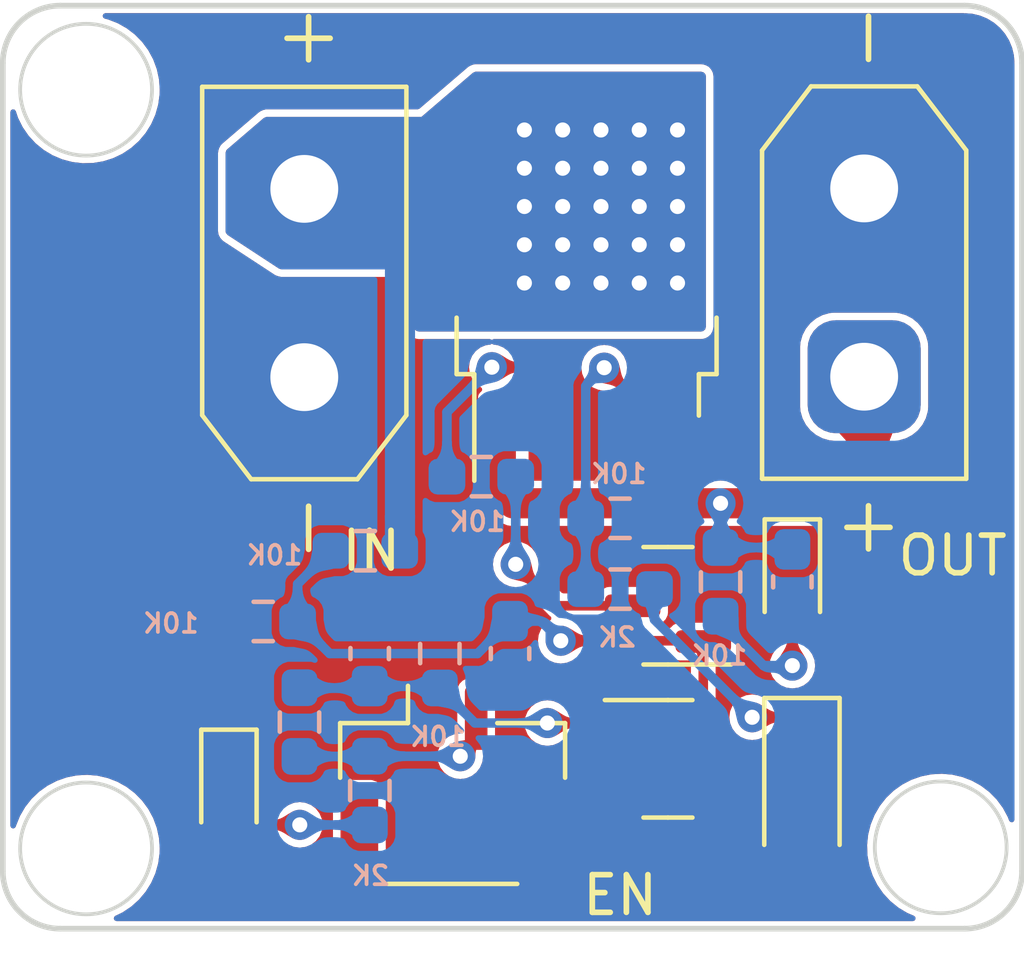
<source format=kicad_pcb>
(kicad_pcb (version 20211014) (generator pcbnew)
  (layers (0 "F.Cu" signal) (31 "B.Cu" signal) (34 "B.Paste" user) (35 "F.Paste" user) (36 "B.SilkS" user "B.Silkscreen") (37 "F.SilkS" user "F.Silkscreen") (38 "B.Mask" user) (39 "F.Mask" user) (44 "Edge.Cuts" user))
  (net 0 "")
  (net 1 "Net-(C1-Pad1)")
  (net 2 "Earth")
  (net 3 "Net-(C2-Pad1)")
  (net 4 "Net-(C3-Pad1)")
  (net 5 "Net-(D1-Pad1)")
  (net 6 "Net-(D2-Pad2)")
  (net 7 "Net-(D3-Pad2)")
  (net 8 "+24V")
  (net 9 "Net-(Q2-Pad3)")
  (net 10 "Net-(R5-Pad2)")
  (net 11 "Net-(R6-Pad2)")
  (net 12 "Net-(R1-Pad1)")
  (footprint "Connector_AMASS:AMASS_XT30UPB-F_1x02_P5.0mm_Vertical" (layer "F.Cu") (at 128.017 94.327369 -90)
    (fp_text reference "J4" hide)
    (fp_text value "Conn_01x02")
  )
  (footprint "Package_TO_SOT_SMD:TO-252-4" (layer "F.Cu") (at 120.65 96.789369 90)
    (fp_text reference "U1" hide)
    (fp_text value "BTS443P")
  )
  (footprint "Package_TO_SOT_SMD:SOT-23" (layer "F.Cu") (at 122.809 109.474)
    (fp_text reference "Q1" hide)
    (fp_text value "S8050")
  )
  (footprint "Connector_JST:JST_GH_SM02B-GHS-TB_1x02-1MP_P1.25mm_Horizontal" (layer "F.Cu") (at 117.094 110.236)
    (fp_text reference "J2" hide)
    (fp_text value "Conn_01x02")
  )
  (footprint "LED_SMD:LED_0603_1608Metric_Pad1.05x0.95mm_HandSolder" (layer "F.Cu") (at 126.111 104.775 -90)
    (fp_text reference "D2" hide)
    (fp_text value "LED")
  )
  (footprint "Package_TO_SOT_SMD:SOT-23" (layer "F.Cu") (at 122.809 105.41 180)
    (fp_text reference "Q2" hide)
    (fp_text value "S8050")
  )
  (footprint "Diode_SMD:D_SOD-123" (layer "F.Cu") (at 126.365 110.109 -90)
    (fp_text reference "D1" hide)
    (fp_text value "D")
  )
  (footprint "Connector_AMASS:AMASS_XT30UPB-M_1x02_P5.0mm_Vertical" (layer "F.Cu") (at 113.157 99.339369 90)
    (fp_text reference "J3" hide)
    (fp_text value "Conn_01x02")
  )
  (footprint "LED_SMD:LED_0603_1608Metric_Pad1.05x0.95mm_HandSolder" (layer "F.Cu") (at 111.157 110.359869 -90)
    (fp_text reference "D3" hide)
    (fp_text value "LED" hide)
  )
  (footprint "Capacitor_SMD:C_0603_1608Metric_Pad1.08x0.95mm_HandSolder" (layer "B.Cu") (at 126.111 104.775 -90)
    (fp_text reference "C3" hide)
    (fp_text value "100nF")
  )
  (footprint "Resistor_SMD:R_0603_1608Metric_Pad0.98x0.95mm_HandSolder" (layer "B.Cu") (at 124.206 104.775 90)
    (fp_text reference "R8" hide)
    (fp_text value "10k")
  )
  (footprint "Resistor_SMD:R_0603_1608Metric_Pad0.98x0.95mm_HandSolder" (layer "B.Cu") (at 114.897 110.317369 90)
    (fp_text reference "R9" hide)
    (fp_text value "2k")
  )
  (footprint "Resistor_SMD:R_0603_1608Metric_Pad0.98x0.95mm_HandSolder" (layer "B.Cu") (at 117.856 101.981 180)
    (fp_text reference "R5" hide)
    (fp_text value "10k")
  )
  (footprint "Capacitor_SMD:C_0603_1608Metric_Pad1.08x0.95mm_HandSolder" (layer "B.Cu") (at 118.618 106.68 -90)
    (fp_text reference "C2" hide)
    (fp_text value "100nF")
  )
  (footprint "Resistor_SMD:R_0603_1608Metric_Pad0.98x0.95mm_HandSolder" (layer "B.Cu") (at 116.755332 106.68 90)
    (fp_text reference "R2" hide)
    (fp_text value "10k")
  )
  (footprint "Resistor_SMD:R_0603_1608Metric_Pad0.98x0.95mm_HandSolder" (layer "B.Cu") (at 114.777 103.947369 180)
    (fp_text reference "R3" hide)
    (fp_text value "10k")
  )
  (footprint "Resistor_SMD:R_0603_1608Metric_Pad0.98x0.95mm_HandSolder" (layer "B.Cu") (at 113.03 108.497969 90)
    (fp_text reference "R1" hide)
    (fp_text value "100")
  )
  (footprint "Resistor_SMD:R_0603_1608Metric_Pad0.98x0.95mm_HandSolder" (layer "B.Cu") (at 121.539 103.087769 180)
    (fp_text reference "R6" hide)
    (fp_text value "10k")
  )
  (footprint "Resistor_SMD:R_0603_1608Metric_Pad0.98x0.95mm_HandSolder" (layer "B.Cu") (at 112.067 105.827369 180)
    (fp_text reference "R4" hide)
    (fp_text value "10k")
  )
  (footprint "Resistor_SMD:R_0603_1608Metric_Pad0.98x0.95mm_HandSolder" (layer "B.Cu") (at 121.539 104.967369)
    (fp_text reference "R7" hide)
    (fp_text value "2k")
  )
  (footprint "Capacitor_SMD:C_0603_1608Metric_Pad1.08x0.95mm_HandSolder" (layer "B.Cu") (at 114.892666 106.68 90)
    (fp_text reference "C1" hide)
    (fp_text value "100nF")
  )
  (gr_arc (start 105.156 90.997369) (mid 105.60237 89.919739) (end 106.68 89.473369) (layer "Edge.Cuts") (width 0.15))
  (gr_arc (start 106.68 113.984369) (mid 105.60237 113.537999) (end 105.156 112.460369) (layer "Edge.Cuts") (width 0.15))
  (gr_line (start 105.156 112.460369) (end 105.156 90.997369) (layer "Edge.Cuts") (width 0.15))
  (gr_circle (center 107.3658 91.705969) (end 109.1158 91.705969) (layer "Edge.Cuts") (width 0.1) (fill none))
  (gr_line (start 132.207 90.997369) (end 132.207 112.460369) (layer "Edge.Cuts") (width 0.15))
  (gr_arc (start 130.683 89.473369) (mid 131.76063 89.919739) (end 132.207 90.997369) (layer "Edge.Cuts") (width 0.15))
  (gr_circle (center 107.3658 111.853369) (end 109.1158 111.853369) (layer "Edge.Cuts") (width 0.1) (fill none))
  (gr_arc (start 132.207 112.460369) (mid 131.76063 113.537999) (end 130.683 113.984369) (layer "Edge.Cuts") (width 0.15))
  (gr_circle (center 130.048 111.825369) (end 131.798 111.825369) (layer "Edge.Cuts") (width 0.1) (fill none))
  (gr_line (start 106.68 113.984369) (end 130.683 113.984369) (layer "Edge.Cuts") (width 0.15))
  (gr_line (start 106.68 89.473369) (end 130.683 89.473369) (layer "Edge.Cuts") (width 0.15))
  (gr_text "10K" (at 109.617 105.877369) (layer "B.SilkS") (effects (font (size 0.5 0.5) (thickness 0.1)) (justify mirror)))
  (gr_text "10K" (at 124.177 106.727369) (layer "B.SilkS") (effects (font (size 0.5 0.5) (thickness 0.1)) (justify mirror)))
  (gr_text "2K" (at 121.457 106.247369) (layer "B.SilkS") (effects (font (size 0.5 0.5) (thickness 0.1)) (justify mirror)))
  (gr_text "10K" (at 112.367 104.067369) (layer "B.SilkS") (effects (font (size 0.5 0.5) (thickness 0.1)) (justify mirror)))
  (gr_text "10K" (at 117.747 103.177369) (layer "B.SilkS") (effects (font (size 0.5 0.5) (thickness 0.1)) (justify mirror)))
  (gr_text "10K" (at 121.507 101.907369) (layer "B.SilkS") (effects (font (size 0.5 0.5) (thickness 0.1)) (justify mirror)))
  (gr_text "2K" (at 114.917 112.577369) (layer "B.SilkS") (effects (font (size 0.5 0.5) (thickness 0.1)) (justify mirror)))
  (gr_text "10K" (at 116.707 108.887369) (layer "B.SilkS") (effects (font (size 0.5 0.5) (thickness 0.1)) (justify mirror)))
  (gr_text "IN" (at 114.935 103.951369) (layer "F.SilkS") (effects (font (size 1 1))))
  (gr_text "OUT" (at 130.365571 104.078369) (layer "F.SilkS") (effects (font (size 1 1))))
  (gr_text "EN" (at 121.539 113.095369) (layer "F.SilkS") (effects (font (size 1 1))))
  (segment (start 119.609231 108.524) (end 119.6086 108.523369) (width 0.25) (layer "F.Cu") (net 1))
  (segment (start 121.8715 108.524) (end 119.609231 108.524) (width 0.25) (layer "F.Cu") (net 1))
  (via (at 119.6086 108.523369) (size 0.8) (drill 0.4) (layers "F.Cu" "B.Cu") (net 1))
  (segment (start 119.6086 108.523369) (end 117.686201 108.523369) (width 0.25) (layer "B.Cu") (net 1))
  (segment (start 117.686201 108.523369) (end 116.755332 107.5925) (width 0.25) (layer "B.Cu") (net 1))
  (segment (start 114.842666 107.5925) (end 114.892666 107.5425) (width 0.254) (layer "B.Cu") (net 1))
  (segment (start 113.03 107.5925) (end 114.842666 107.5925) (width 0.254) (layer "B.Cu") (net 1))
  (segment (start 116.705332 107.5425) (end 116.755332 107.5925) (width 0.254) (layer "B.Cu") (net 1))
  (segment (start 114.885 107.5925) (end 114.935 107.5425) (width 0.254) (layer "B.Cu") (net 1))
  (segment (start 114.892666 107.5425) (end 116.705332 107.5425) (width 0.254) (layer "B.Cu") (net 1))
  (segment (start 123.725469 106.338969) (end 123.7465 106.36) (width 0.254) (layer "F.Cu") (net 3))
  (segment (start 119.9642 106.338969) (end 123.725469 106.338969) (width 0.254) (layer "F.Cu") (net 3))
  (segment (start 123.7465 106.36) (end 123.7465 109.474) (width 0.254) (layer "F.Cu") (net 3))
  (via (at 119.9642 106.338969) (size 0.8) (drill 0.4) (layers "F.Cu" "B.Cu") (net 3))
  (segment (start 117.75598 106.67952) (end 118.618 105.8175) (width 0.25) (layer "B.Cu") (net 3))
  (segment (start 118.618 105.8175) (end 119.442731 105.8175) (width 0.254) (layer "B.Cu") (net 3))
  (segment (start 112.9795 105.827369) (end 112.9795 104.832369) (width 0.25) (layer "B.Cu") (net 3))
  (segment (start 119.442731 105.8175) (end 119.9642 106.338969) (width 0.254) (layer "B.Cu") (net 3))
  (segment (start 112.9795 104.832369) (end 113.8645 103.947369) (width 0.25) (layer "B.Cu") (net 3))
  (segment (start 113.831651 106.67952) (end 117.75598 106.67952) (width 0.25) (layer "B.Cu") (net 3))
  (segment (start 112.9795 105.827369) (end 113.831651 106.67952) (width 0.25) (layer "B.Cu") (net 3))
  (segment (start 123.005489 102.68888) (end 124.205489 102.68888) (width 0.8) (layer "F.Cu") (net 4))
  (segment (start 122.93 100.989369) (end 122.93 102.613391) (width 0.8) (layer "F.Cu") (net 4))
  (segment (start 128.017 101.977369) (end 128.017 99.327369) (width 0.8) (layer "F.Cu") (net 4))
  (segment (start 122.93 102.613391) (end 123.005489 102.68888) (width 0.25) (layer "F.Cu") (net 4))
  (segment (start 118.701711 102.68888) (end 123.005489 102.68888) (width 0.8) (layer "F.Cu") (net 4))
  (segment (start 118.37 100.989369) (end 118.37 102.357169) (width 0.8) (layer "F.Cu") (net 4))
  (segment (start 124.205489 102.68888) (end 127.305489 102.68888) (width 0.8) (layer "F.Cu") (net 4))
  (segment (start 118.37 102.357169) (end 118.701711 102.68888) (width 0.8) (layer "F.Cu") (net 4))
  (segment (start 127.305489 102.68888) (end 128.017 101.977369) (width 0.8) (layer "F.Cu") (net 4))
  (via (at 124.205489 102.68888) (size 0.8) (drill 0.4) (layers "F.Cu" "B.Cu") (net 4))
  (segment (start 124.206 103.8625) (end 124.206 102.689391) (width 0.254) (layer "B.Cu") (net 4))
  (segment (start 124.206 102.689391) (end 124.205489 102.68888) (width 0.254) (layer "B.Cu") (net 4))
  (segment (start 126.061 103.8625) (end 126.111 103.9125) (width 0.254) (layer "B.Cu") (net 4))
  (segment (start 124.206 103.8625) (end 126.061 103.8625) (width 0.254) (layer "B.Cu") (net 4))
  (segment (start 125.0442 108.370969) (end 126.276969 108.370969) (width 0.25) (layer "F.Cu") (net 5))
  (segment (start 126.276969 108.370969) (end 126.365 108.459) (width 0.25) (layer "F.Cu") (net 5))
  (via (at 125.0442 108.370969) (size 0.8) (drill 0.4) (layers "F.Cu" "B.Cu") (net 5))
  (segment (start 122.4515 105.778269) (end 122.4515 104.967369) (width 0.25) (layer "B.Cu") (net 5))
  (segment (start 125.0442 108.370969) (end 122.4515 105.778269) (width 0.25) (layer "B.Cu") (net 5))
  (segment (start 126.111 105.65) (end 126.111 106.999369) (width 0.254) (layer "F.Cu") (net 6))
  (via (at 126.111 106.999369) (size 0.8) (drill 0.4) (layers "F.Cu" "B.Cu") (net 6))
  (segment (start 124.206 105.856369) (end 125.349 106.999369) (width 0.254) (layer "B.Cu") (net 6))
  (segment (start 126.111 106.999369) (end 125.349 106.999369) (width 0.254) (layer "B.Cu") (net 6))
  (segment (start 124.206 105.6875) (end 124.206 105.856369) (width 0.254) (layer "B.Cu") (net 6))
  (segment (start 111.1645 111.227369) (end 111.157 111.234869) (width 0.25) (layer "F.Cu") (net 7))
  (segment (start 113.037 111.227369) (end 111.1645 111.227369) (width 0.25) (layer "F.Cu") (net 7))
  (via (at 113.037 111.227369) (size 0.8) (drill 0.4) (layers "F.Cu" "B.Cu") (net 7))
  (segment (start 114.897 111.229869) (end 113.0395 111.229869) (width 0.25) (layer "B.Cu") (net 7))
  (segment (start 114.8945 111.227369) (end 114.897 111.229869) (width 0.25) (layer "B.Cu") (net 7))
  (segment (start 113.0395 111.229869) (end 113.037 111.227369) (width 0.25) (layer "B.Cu") (net 7))
  (segment (start 113.157 94.339369) (end 113.507 94.689369) (width 1.5) (layer "F.Cu") (net 8))
  (via (at 120.015 94.807369) (size 0.8) (drill 0.4) (layers "F.Cu" "B.Cu") (net 8))
  (via (at 120.015 95.823369) (size 0.8) (drill 0.4) (layers "F.Cu" "B.Cu") (net 8))
  (via (at 123.063 96.839369) (size 0.8) (drill 0.4) (layers "F.Cu" "B.Cu") (net 8))
  (via (at 122.047 94.807369) (size 0.8) (drill 0.4) (layers "F.Cu" "B.Cu") (net 8))
  (via (at 121.031 94.807369) (size 0.8) (drill 0.4) (layers "F.Cu" "B.Cu") (net 8))
  (via (at 123.063 94.807369) (size 0.8) (drill 0.4) (layers "F.Cu" "B.Cu") (net 8))
  (via (at 120.015 96.839369) (size 0.8) (drill 0.4) (layers "F.Cu" "B.Cu") (net 8))
  (via (at 118.999 94.807369) (size 0.8) (drill 0.4) (layers "F.Cu" "B.Cu") (net 8))
  (via (at 118.999 92.775369) (size 0.8) (drill 0.4) (layers "F.Cu" "B.Cu") (net 8))
  (via (at 120.015 93.791369) (size 0.8) (drill 0.4) (layers "F.Cu" "B.Cu") (net 8))
  (via (at 123.063 95.823369) (size 0.8) (drill 0.4) (layers "F.Cu" "B.Cu") (net 8))
  (via (at 118.999 93.791369) (size 0.8) (drill 0.4) (layers "F.Cu" "B.Cu") (net 8))
  (via (at 121.031 92.775369) (size 0.8) (drill 0.4) (layers "F.Cu" "B.Cu") (net 8))
  (via (at 118.999 95.823369) (size 0.8) (drill 0.4) (layers "F.Cu" "B.Cu") (net 8))
  (via (at 122.047 95.823369) (size 0.8) (drill 0.4) (layers "F.Cu" "B.Cu") (net 8))
  (via (at 118.999 96.839369) (size 0.8) (drill 0.4) (layers "F.Cu" "B.Cu") (net 8))
  (via (at 122.047 96.839369) (size 0.8) (drill 0.4) (layers "F.Cu" "B.Cu") (net 8))
  (via (at 122.047 93.791369) (size 0.8) (drill 0.4) (layers "F.Cu" "B.Cu") (net 8))
  (via (at 122.047 92.775369) (size 0.8) (drill 0.4) (layers "F.Cu" "B.Cu") (net 8))
  (via (at 121.031 95.823369) (size 0.8) (drill 0.4) (layers "F.Cu" "B.Cu") (net 8))
  (via (at 123.063 92.775369) (size 0.8) (drill 0.4) (layers "F.Cu" "B.Cu") (net 8))
  (via (at 121.031 93.791369) (size 0.8) (drill 0.4) (layers "F.Cu" "B.Cu") (net 8))
  (via (at 123.063 93.791369) (size 0.8) (drill 0.4) (layers "F.Cu" "B.Cu") (net 8))
  (via (at 120.015 92.775369) (size 0.8) (drill 0.4) (layers "F.Cu" "B.Cu") (net 8))
  (via (at 121.031 96.839369) (size 0.8) (drill 0.4) (layers "F.Cu" "B.Cu") (net 8))
  (segment (start 115.697 103.939869) (end 115.6895 103.947369) (width 0.8) (layer "B.Cu") (net 8))
  (segment (start 115.697 96.879369) (end 115.697 96.397369) (width 0.8) (layer "B.Cu") (net 8))
  (segment (start 115.697 96.879369) (end 115.697 103.939869) (width 0.8) (layer "B.Cu") (net 8))
  (segment (start 119.869631 105.41) (end 121.8715 105.41) (width 0.254) (layer "F.Cu") (net 9))
  (segment (start 118.7685 104.308869) (end 119.869631 105.41) (width 0.254) (layer "F.Cu") (net 9))
  (via (at 118.7685 104.308869) (size 0.8) (drill 0.4) (layers "F.Cu" "B.Cu") (net 9))
  (segment (start 118.7685 101.981) (end 118.7685 104.308869) (width 0.254) (layer "B.Cu") (net 9))
  (segment (start 119.51 100.989369) (end 119.51 99.635369) (width 0.254) (layer "F.Cu") (net 10))
  (segment (start 118.9492 99.074569) (end 118.1354 99.074569) (width 0.254) (layer "F.Cu") (net 10))
  (segment (start 119.51 99.635369) (end 118.9492 99.074569) (width 0.254) (layer "F.Cu") (net 10))
  (via (at 118.1354 99.074569) (size 0.8) (drill 0.4) (layers "F.Cu" "B.Cu") (net 10))
  (segment (start 118.1354 99.074569) (end 116.9435 100.266469) (width 0.254) (layer "B.Cu") (net 10))
  (segment (start 116.9435 100.266469) (end 116.9435 101.981) (width 0.254) (layer "B.Cu") (net 10))
  (segment (start 121.79 99.760369) (end 121.117 99.087369) (width 0.25) (layer "F.Cu") (net 11))
  (segment (start 121.79 100.989369) (end 121.79 99.760369) (width 0.25) (layer "F.Cu") (net 11))
  (via (at 121.117 99.087369) (size 0.8) (drill 0.4) (layers "F.Cu" "B.Cu") (net 11))
  (segment (start 120.6265 104.967369) (end 120.6265 103.087769) (width 0.25) (layer "B.Cu") (net 11))
  (segment (start 120.6265 99.733069) (end 120.6265 99.577869) (width 0.25) (layer "B.Cu") (net 11))
  (segment (start 120.6265 99.577869) (end 121.117 99.087369) (width 0.25) (layer "B.Cu") (net 11))
  (segment (start 120.6265 99.733069) (end 120.6265 103.087769) (width 0.25) (layer "B.Cu") (net 11))
  (segment (start 117.719 108.983655) (end 117.296844 109.405811) (width 0.254) (layer "F.Cu") (net 12))
  (segment (start 117.729 108.396) (end 117.719 108.386) (width 0.254) (layer "F.Cu") (net 12))
  (segment (start 117.719 108.386) (end 117.719 108.983655) (width 0.254) (layer "F.Cu") (net 12))
  (via (at 117.296844 109.405811) (size 0.8) (drill 0.4) (layers "F.Cu" "B.Cu") (net 12))
  (segment (start 114.897942 109.405811) (end 114.897 109.404869) (width 0.254) (layer "B.Cu") (net 12))
  (segment (start 117.296844 109.405811) (end 114.897942 109.405811) (width 0.254) (layer "B.Cu") (net 12))
  (segment (start 113.03 109.410469) (end 114.8514 109.410469) (width 0.25) (layer "B.Cu") (net 12))
  (zone (net 7) (net_name "Net-(D3-Pad2)") (layer "F.Cu") (priority 16962) (connect_pads yes (clearance 0)) (min_thickness 0.0254) (fill yes (thermal_gap 0.508) (thermal_bridge_width 0.508))
    (polygon (pts (xy 112.1095 111.102369) (xy 111.998688 111.098) (xy 111.906353 111.085512) (xy 111.828533 111.065827) (xy 111.761264 111.03987) (xy 111.700584 111.008565) (xy 111.642529 110.972837) (xy 111.583137 110.933609) (xy 111.518445 110.891806) (xy 111.444489 110.848351) (xy 111.357308 110.804171) (xy 110.91953 111.238598) (xy 111.370735 111.659064) (xy 111.455635 111.61268) (xy 111.527711 111.56744) (xy 111.590853 111.524224) (xy 111.648952 111.483913) (xy 111.705898 111.447388) (xy 111.765581 111.415529) (xy 111.831893 111.389217) (xy 111.908723 111.369333) (xy 111.999961 111.356756) (xy 112.1095 111.352369)))
  )
  (zone (net 10) (net_name "Net-(R5-Pad2)") (layer "F.Cu") (priority 16962) (connect_pads yes (clearance 0)) (min_thickness 0.0254) (fill yes (thermal_gap 0.508) (thermal_bridge_width 0.508))
    (polygon (pts (xy 118.9254 98.947569) (xy 118.835009 98.94435) (xy 118.759257 98.935091) (xy 118.695056 98.920382) (xy 118.639319 98.900816) (xy 118.588959 98.876985) (xy 118.540888 98.84948) (xy 118.49202 98.818894) (xy 118.439266 98.785819) (xy 118.37954 98.750846) (xy 118.309755 98.714569) (xy 117.9354 99.074569) (xy 118.309755 99.434569) (xy 118.37954 99.398291) (xy 118.439266 99.363318) (xy 118.49202 99.330243) (xy 118.540888 99.299657) (xy 118.588959 99.272152) (xy 118.639319 99.248321) (xy 118.695056 99.228755) (xy 118.759257 99.214046) (xy 118.835009 99.204787) (xy 118.9254 99.201569)))
  )
  (zone (net 5) (net_name "Net-(D1-Pad1)") (layer "F.Cu") (priority 16962) (connect_pads yes (clearance 0)) (min_thickness 0.0254) (fill yes (thermal_gap 0.508) (thermal_bridge_width 0.508))
    (polygon (pts (xy 125.466969 108.495969) (xy 125.563706 108.500068) (xy 125.644378 108.511978) (xy 125.712177 108.531117) (xy 125.770296 108.556902) (xy 125.821925 108.588751) (xy 125.870257 108.626083) (xy 125.918483 108.668314) (xy 125.969796 108.714862) (xy 126.027386 108.765146) (xy 126.094447 108.818584) (xy 126.585778 108.502379) (xy 126.250613 108.023782) (xy 126.157205 108.051676) (xy 126.077901 108.081138) (xy 126.008665 108.111107) (xy 125.945463 108.140522) (xy 125.884259 108.168321) (xy 125.821018 108.193445) (xy 125.751703 108.214833) (xy 125.67228 108.231423) (xy 125.578714 108.242155) (xy 125.466969 108.245969)))
  )
  (zone (net 6) (net_name "Net-(D2-Pad2)") (layer "F.Cu") (priority 16962) (connect_pads yes (clearance 0)) (min_thickness 0.0254) (fill yes (thermal_gap 0.508) (thermal_bridge_width 0.508))
    (polygon (pts (xy 126.238 106.595) (xy 126.242365 106.485886) (xy 126.254856 106.394992) (xy 126.274566 106.318427) (xy 126.300589 106.252302) (xy 126.332017 106.19273) (xy 126.367944 106.135822) (xy 126.407462 106.077688) (xy 126.449666 106.01444) (xy 126.493647 105.942189) (xy 126.5385 105.857047) (xy 126.111 105.4125) (xy 125.6835 105.857047) (xy 125.728352 105.942189) (xy 125.772333 106.01444) (xy 125.814537 106.077688) (xy 125.854055 106.135822) (xy 125.889982 106.19273) (xy 125.92141 106.252302) (xy 125.947433 106.318427) (xy 125.967143 106.394992) (xy 125.979634 106.485886) (xy 125.984 106.595)))
  )
  (zone (net 1) (net_name "Net-(C1-Pad1)") (layer "F.Cu") (priority 16962) (connect_pads yes (clearance 0)) (min_thickness 0.0254) (fill yes (thermal_gap 0.508) (thermal_bridge_width 0.508))
    (polygon (pts (xy 120.399231 108.399) (xy 120.308744 108.395735) (xy 120.232957 108.386348) (xy 120.168768 108.371443) (xy 120.113074 108.35163) (xy 120.062771 108.327514) (xy 120.014757 108.299704) (xy 119.96593 108.268805) (xy 119.913186 108.235425) (xy 119.853422 108.200172) (xy 119.783537 108.163652) (xy 119.408601 108.523046) (xy 119.782374 108.88365) (xy 119.852455 108.84731) (xy 119.91238 108.812203) (xy 119.965256 108.77894) (xy 120.014194 108.74813) (xy 120.062302 108.720384) (xy 120.11269 108.696314) (xy 120.168468 108.67653) (xy 120.232744 108.661642) (xy 120.308629 108.652262) (xy 120.399231 108.649)))
  )
  (zone (net 5) (net_name "Net-(D1-Pad1)") (layer "F.Cu") (priority 16962) (connect_pads yes (clearance 0)) (min_thickness 0.0254) (fill yes (thermal_gap 0.508) (thermal_bridge_width 0.508))
    (polygon (pts (xy 125.8342 108.245969) (xy 125.743738 108.242702) (xy 125.667977 108.23331) (xy 125.60381 108.218404) (xy 125.548135 108.198594) (xy 125.497847 108.174492) (xy 125.44984 108.146707) (xy 125.401012 108.115852) (xy 125.348258 108.082536) (xy 125.288474 108.047372) (xy 125.218555 108.010969) (xy 124.8442 108.370969) (xy 125.218555 108.730969) (xy 125.288474 108.694565) (xy 125.348258 108.659401) (xy 125.401012 108.626085) (xy 125.44984 108.59523) (xy 125.497847 108.567445) (xy 125.548135 108.543343) (xy 125.60381 108.523533) (xy 125.667977 108.508627) (xy 125.743738 108.499235) (xy 125.8342 108.495969)))
  )
  (zone (net 10) (net_name "Net-(R5-Pad2)") (layer "F.Cu") (priority 16962) (connect_pads yes (clearance 0)) (min_thickness 0.0254) (fill yes (thermal_gap 0.508) (thermal_bridge_width 0.508))
    (polygon (pts (xy 119.383 100.199369) (xy 119.379781 100.289759) (xy 119.370522 100.365511) (xy 119.355813 100.429712) (xy 119.336247 100.485449) (xy 119.312416 100.535809) (xy 119.284911 100.58388) (xy 119.254325 100.632748) (xy 119.22125 100.685502) (xy 119.186277 100.745228) (xy 119.15 100.815014) (xy 119.51 101.189369) (xy 119.87 100.815014) (xy 119.833722 100.745228) (xy 119.798749 100.685502) (xy 119.765674 100.632748) (xy 119.735088 100.58388) (xy 119.707583 100.535809) (xy 119.683752 100.485449) (xy 119.664186 100.429712) (xy 119.649477 100.365511) (xy 119.640218 100.289759) (xy 119.637 100.199369)))
  )
  (zone (net 4) (net_name "Net-(C3-Pad1)") (layer "F.Cu") (priority 16962) (connect_pads yes (clearance 0)) (min_thickness 0.0254) (fill yes (thermal_gap 0.508) (thermal_bridge_width 0.508))
    (polygon (pts (xy 128.052355 102.507699) (xy 128.263945 102.265466) (xy 128.40964 102.036599) (xy 128.505062 101.818608) (xy 128.565834 101.609003) (xy 128.607577 101.405293) (xy 128.645915 101.204989) (xy 128.69647 101.005601) (xy 128.774864 100.804638) (xy 128.89672 100.59961) (xy 129.07766 100.388029) (xy 128.017 98.577369) (xy 126.667 99.981203) (xy 126.807443 100.216522) (xy 126.977987 100.430157) (xy 127.16247 100.626968) (xy 127.344732 100.811817) (xy 127.508613 100.989568) (xy 127.637951 101.165082) (xy 127.716586 101.343221) (xy 127.728358 101.528848) (xy 127.657106 101.726825) (xy 127.48667 101.942014)))
  )
  (zone (net 9) (net_name "Net-(Q2-Pad3)") (layer "F.Cu") (priority 16962) (connect_pads yes (clearance 0)) (min_thickness 0.0254) (fill yes (thermal_gap 0.508) (thermal_bridge_width 0.508))
    (polygon (pts (xy 121.2815 105.537) (xy 121.347967 105.538664) (xy 121.404433 105.543553) (xy 121.452937 105.551511) (xy 121.495516 105.562381) (xy 121.53421 105.576006) (xy 121.571056 105.592231) (xy 121.608093 105.610899) (xy 121.647359 105.631854) (xy 121.690893 105.65494) (xy 121.740734 105.68) (xy 122.0215 105.41) (xy 121.740734 105.14) (xy 121.690893 105.165059) (xy 121.647359 105.188145) (xy 121.608093 105.2091) (xy 121.571056 105.227768) (xy 121.53421 105.243993) (xy 121.495516 105.257618) (xy 121.452937 105.268488) (xy 121.404433 105.276446) (xy 121.347967 105.281335) (xy 121.2815 105.283)))
  )
  (zone (net 6) (net_name "Net-(D2-Pad2)") (layer "F.Cu") (priority 16962) (connect_pads yes (clearance 0)) (min_thickness 0.0254) (fill yes (thermal_gap 0.508) (thermal_bridge_width 0.508))
    (polygon (pts (xy 125.984 106.209369) (xy 125.980781 106.299759) (xy 125.971522 106.375511) (xy 125.956813 106.439712) (xy 125.937247 106.495449) (xy 125.913416 106.545809) (xy 125.885911 106.59388) (xy 125.855325 106.642748) (xy 125.82225 106.695502) (xy 125.787277 106.755228) (xy 125.751 106.825014) (xy 126.111 107.199369) (xy 126.471 106.825014) (xy 126.434722 106.755228) (xy 126.399749 106.695502) (xy 126.366674 106.642748) (xy 126.336088 106.59388) (xy 126.308583 106.545809) (xy 126.284752 106.495449) (xy 126.265186 106.439712) (xy 126.250477 106.375511) (xy 126.241218 106.299759) (xy 126.238 106.209369)))
  )
  (zone (net 3) (net_name "Net-(C2-Pad1)") (layer "F.Cu") (priority 16962) (connect_pads yes (clearance 0)) (min_thickness 0.0254) (fill yes (thermal_gap 0.508) (thermal_bridge_width 0.508))
    (polygon (pts (xy 123.6195 108.884) (xy 123.617835 108.950467) (xy 123.612946 109.006933) (xy 123.604988 109.055437) (xy 123.594118 109.098016) (xy 123.580493 109.13671) (xy 123.564268 109.173556) (xy 123.5456 109.210593) (xy 123.524645 109.249859) (xy 123.501559 109.293393) (xy 123.4765 109.343234) (xy 123.7465 109.624) (xy 124.0165 109.343234) (xy 123.99144 109.293393) (xy 123.968354 109.249859) (xy 123.947399 109.210593) (xy 123.928731 109.173556) (xy 123.912506 109.13671) (xy 123.898881 109.098016) (xy 123.888011 109.055437) (xy 123.880053 109.006933) (xy 123.875164 108.950467) (xy 123.8735 108.884)))
  )
  (zone (net 2) (net_name "Earth") (layers F&B.Cu) (connect_pads yes (clearance 0.2)) (min_thickness 0.15) (fill yes (thermal_gap 0.15) (thermal_bridge_width 0.15))
    (polygon (pts (xy 132.207 113.984369) (xy 105.156 113.984369) (xy 105.156 89.473369) (xy 132.207 89.473369)))
  )
  (zone (net 4) (net_name "Net-(C3-Pad1)") (layer "F.Cu") (priority 16962) (connect_pads yes (clearance 0)) (min_thickness 0.0254) (fill yes (thermal_gap 0.508) (thermal_bridge_width 0.508))
    (polygon (pts (xy 128.052355 102.507699) (xy 128.263945 102.265466) (xy 128.40964 102.036599) (xy 128.505062 101.818608) (xy 128.565834 101.609003) (xy 128.607577 101.405293) (xy 128.645915 101.204989) (xy 128.69647 101.005601) (xy 128.774864 100.804638) (xy 128.89672 100.59961) (xy 129.07766 100.388029) (xy 128.017 98.577369) (xy 126.667 99.981203) (xy 126.807443 100.216522) (xy 126.977987 100.430157) (xy 127.16247 100.626968) (xy 127.344732 100.811817) (xy 127.508613 100.989568) (xy 127.637951 101.165082) (xy 127.716586 101.343221) (xy 127.728358 101.528848) (xy 127.657106 101.726825) (xy 127.48667 101.942014)))
  )
  (zone (net 11) (net_name "Net-(R6-Pad2)") (layer "F.Cu") (priority 16962) (connect_pads yes (clearance 0)) (min_thickness 0.0254) (fill yes (thermal_gap 0.508) (thermal_bridge_width 0.508))
    (polygon (pts (xy 121.764002 99.557594) (xy 121.702346 99.491318) (xy 121.655415 99.431106) (xy 121.620583 99.375193) (xy 121.595222 99.321818) (xy 121.576706 99.269215) (xy 121.562407 99.215623) (xy 121.549699 99.159279) (xy 121.535953 99.098419) (xy 121.518545 99.03128) (xy 121.494846 98.956099) (xy 120.975579 98.945948) (xy 120.98573 99.465215) (xy 121.060911 99.488914) (xy 121.12805 99.506322) (xy 121.18891 99.520068) (xy 121.245254 99.532776) (xy 121.298846 99.547075) (xy 121.351449 99.565591) (xy 121.404824 99.590952) (xy 121.460737 99.625784) (xy 121.520949 99.672715) (xy 121.587225 99.734371)))
  )
  (zone (net 3) (net_name "Net-(C2-Pad1)") (layer "F.Cu") (priority 16962) (connect_pads yes (clearance 0)) (min_thickness 0.0254) (fill yes (thermal_gap 0.508) (thermal_bridge_width 0.508))
    (polygon (pts (xy 123.145469 106.465969) (xy 123.211498 106.467637) (xy 123.267679 106.472588) (xy 123.315965 106.480735) (xy 123.358314 106.491996) (xy 123.396681 106.506286) (xy 123.433021 106.523521) (xy 123.469291 106.543617) (xy 123.507446 106.56649) (xy 123.549441 106.592055) (xy 123.597234 106.620229) (xy 123.896135 106.370454) (xy 123.634869 106.081543) (xy 123.580789 106.104122) (xy 123.533673 106.125017) (xy 123.491337 106.144064) (xy 123.451598 106.161101) (xy 123.412273 106.175965) (xy 123.37118 106.188491) (xy 123.326136 106.198518) (xy 123.274958 106.205882) (xy 123.215463 106.21042) (xy 123.145469 106.211969)))
  )
  (zone (net 8) (net_name "+24V") (layers F&B.Cu) (priority 10) (connect_pads yes (clearance 0.2)) (min_thickness 0.254) (fill yes (thermal_gap 0.508) (thermal_bridge_width 0.508))
    (polygon (pts (xy 123.817 98.127369) (xy 116.067 98.127369) (xy 116.067 96.477369) (xy 112.517 96.477369) (xy 111.067 95.527369) (xy 111.067 93.327369) (xy 112.117 92.427369) (xy 116.267 92.427369) (xy 117.667 91.227369) (xy 123.817 91.227369)))
  )
  (zone (net 3) (net_name "Net-(C2-Pad1)") (layer "F.Cu") (priority 16962) (connect_pads yes (clearance 0)) (min_thickness 0.0254) (fill yes (thermal_gap 0.508) (thermal_bridge_width 0.508))
    (polygon (pts (xy 120.7542 106.211969) (xy 120.663809 106.20875) (xy 120.588057 106.199491) (xy 120.523856 106.184782) (xy 120.468119 106.165216) (xy 120.417759 106.141385) (xy 120.369688 106.11388) (xy 120.32082 106.083294) (xy 120.268066 106.050219) (xy 120.20834 106.015246) (xy 120.138555 105.978969) (xy 119.7642 106.338969) (xy 120.138555 106.698969) (xy 120.20834 106.662691) (xy 120.268066 106.627718) (xy 120.32082 106.594643) (xy 120.369688 106.564057) (xy 120.417759 106.536552) (xy 120.468119 106.512721) (xy 120.523856 106.493155) (xy 120.588057 106.478446) (xy 120.663809 106.469187) (xy 120.7542 106.465969)))
  )
  (zone (net 5) (net_name "Net-(D1-Pad1)") (layer "F.Cu") (priority 16962) (connect_pads yes (clearance 0)) (min_thickness 0.0254) (fill yes (thermal_gap 0.508) (thermal_bridge_width 0.508))
    (polygon (pts (xy 125.466969 108.495969) (xy 125.563706 108.500068) (xy 125.644378 108.511978) (xy 125.712177 108.531117) (xy 125.770296 108.556902) (xy 125.821925 108.588751) (xy 125.870257 108.626083) (xy 125.918483 108.668314) (xy 125.969796 108.714862) (xy 126.027386 108.765146) (xy 126.094447 108.818584) (xy 126.585778 108.502379) (xy 126.250613 108.023782) (xy 126.157205 108.051676) (xy 126.077901 108.081138) (xy 126.008665 108.111107) (xy 125.945463 108.140522) (xy 125.884259 108.168321) (xy 125.821018 108.193445) (xy 125.751703 108.214833) (xy 125.67228 108.231423) (xy 125.578714 108.242155) (xy 125.466969 108.245969)))
  )
  (zone (net 12) (net_name "Net-(R1-Pad1)") (layer "F.Cu") (priority 16962) (connect_pads yes (clearance 0)) (min_thickness 0.0254) (fill yes (thermal_gap 0.508) (thermal_bridge_width 0.508))
    (polygon (pts (xy 117.807144 109.075115) (xy 117.849068 109.023307) (xy 117.873121 108.972425) (xy 117.883545 108.922466) (xy 117.88458 108.873423) (xy 117.880468 108.825292) (xy 117.87545 108.778067) (xy 117.873766 108.731744) (xy 117.879657 108.686317) (xy 117.897366 108.641781) (xy 117.931132 108.598132) (xy 117.719 108.236) (xy 117.449 108.516766) (xy 117.476326 108.56122) (xy 117.510745 108.601751) (xy 117.548809 108.63928) (xy 117.587067 108.674732) (xy 117.622071 108.709029) (xy 117.650371 108.743095) (xy 117.668517 108.777853) (xy 117.67306 108.814226) (xy 117.660551 108.853137) (xy 117.62754 108.895511)))
  )
  (zone (net 12) (net_name "Net-(R1-Pad1)") (layer "F.Cu") (priority 16962) (connect_pads yes (clearance 0)) (min_thickness 0.0254) (fill yes (thermal_gap 0.508) (thermal_bridge_width 0.508))
    (polygon (pts (xy 117.592 108.780674) (xy 117.585425 108.845626) (xy 117.566727 108.894409) (xy 117.537447 108.929735) (xy 117.499125 108.954314) (xy 117.453302 108.970858) (xy 117.401517 108.982079) (xy 117.345311 108.990689) (xy 117.286225 108.999398) (xy 117.225799 109.01092) (xy 117.165574 109.027965) (xy 117.155423 109.547232) (xy 117.696844 109.405811) (xy 117.70102 109.330338) (xy 117.712356 109.26633) (xy 117.729061 109.210566) (xy 117.749346 109.159829) (xy 117.771422 109.110898) (xy 117.793497 109.060555) (xy 117.813782 109.00558) (xy 117.830487 108.942754) (xy 117.841823 108.868859) (xy 117.846 108.780674)))
  )
  (zone (net 7) (net_name "Net-(D3-Pad2)") (layer "F.Cu") (priority 16962) (connect_pads yes (clearance 0)) (min_thickness 0.0254) (fill yes (thermal_gap 0.508) (thermal_bridge_width 0.508))
    (polygon (pts (xy 112.247 111.352369) (xy 112.337461 111.355635) (xy 112.413222 111.365027) (xy 112.477389 111.379933) (xy 112.533064 111.399743) (xy 112.583352 111.423845) (xy 112.631359 111.45163) (xy 112.680187 111.482485) (xy 112.732941 111.515801) (xy 112.792725 111.550965) (xy 112.862645 111.587369) (xy 113.237 111.227369) (xy 112.862645 110.867369) (xy 112.792725 110.903772) (xy 112.732941 110.938936) (xy 112.680187 110.972252) (xy 112.631359 111.003107) (xy 112.583352 111.030892) (xy 112.533064 111.054994) (xy 112.477389 111.074804) (xy 112.413222 111.08971) (xy 112.337461 111.099102) (xy 112.247 111.102369)))
  )
  (zone (net 7) (net_name "Net-(D3-Pad2)") (layer "F.Cu") (priority 16962) (connect_pads yes (clearance 0)) (min_thickness 0.0254) (fill yes (thermal_gap 0.508) (thermal_bridge_width 0.508))
    (polygon (pts (xy 112.1095 111.102369) (xy 111.998688 111.098) (xy 111.906353 111.085512) (xy 111.828533 111.065827) (xy 111.761264 111.03987) (xy 111.700584 111.008565) (xy 111.642529 110.972837) (xy 111.583137 110.933609) (xy 111.518445 110.891806) (xy 111.444489 110.848351) (xy 111.357308 110.804171) (xy 110.91953 111.238598) (xy 111.370735 111.659064) (xy 111.455635 111.61268) (xy 111.527711 111.56744) (xy 111.590853 111.524224) (xy 111.648952 111.483913) (xy 111.705898 111.447388) (xy 111.765581 111.415529) (xy 111.831893 111.389217) (xy 111.908723 111.369333) (xy 111.999961 111.356756) (xy 112.1095 111.352369)))
  )
  (zone (net 11) (net_name "Net-(R6-Pad2)") (layer "F.Cu") (priority 16962) (connect_pads yes (clearance 0)) (min_thickness 0.0254) (fill yes (thermal_gap 0.508) (thermal_bridge_width 0.508))
    (polygon (pts (xy 121.665 100.199369) (xy 121.661733 100.28983) (xy 121.652341 100.365591) (xy 121.637435 100.429758) (xy 121.617625 100.485433) (xy 121.593523 100.535721) (xy 121.565738 100.583728) (xy 121.534883 100.632556) (xy 121.501567 100.68531) (xy 121.466403 100.745094) (xy 121.43 100.815014) (xy 121.79 101.189369) (xy 122.15 100.815014) (xy 122.113596 100.745094) (xy 122.078432 100.68531) (xy 122.045116 100.632556) (xy 122.014261 100.583728) (xy 121.986476 100.535721) (xy 121.962374 100.485433) (xy 121.942564 100.429758) (xy 121.927658 100.365591) (xy 121.918266 100.28983) (xy 121.915 100.199369)))
  )
  (zone (net 6) (net_name "Net-(D2-Pad2)") (layer "F.Cu") (priority 16962) (connect_pads yes (clearance 0)) (min_thickness 0.0254) (fill yes (thermal_gap 0.508) (thermal_bridge_width 0.508))
    (polygon (pts (xy 126.238 106.595) (xy 126.242365 106.485886) (xy 126.254856 106.394992) (xy 126.274566 106.318427) (xy 126.300589 106.252302) (xy 126.332017 106.19273) (xy 126.367944 106.135822) (xy 126.407462 106.077688) (xy 126.449666 106.01444) (xy 126.493647 105.942189) (xy 126.5385 105.857047) (xy 126.111 105.4125) (xy 125.6835 105.857047) (xy 125.728352 105.942189) (xy 125.772333 106.01444) (xy 125.814537 106.077688) (xy 125.854055 106.135822) (xy 125.889982 106.19273) (xy 125.92141 106.252302) (xy 125.947433 106.318427) (xy 125.967143 106.394992) (xy 125.979634 106.485886) (xy 125.984 106.595)))
  )
  (zone (net 9) (net_name "Net-(Q2-Pad3)") (layer "F.Cu") (priority 16962) (connect_pads yes (clearance 0)) (min_thickness 0.0254) (fill yes (thermal_gap 0.508) (thermal_bridge_width 0.508))
    (polygon (pts (xy 119.416916 104.77768) (xy 119.355275 104.711488) (xy 119.308258 104.651376) (xy 119.273262 104.595579) (xy 119.247685 104.542332) (xy 119.228927 104.489871) (xy 119.214384 104.436431) (xy 119.201457 104.380248) (xy 119.187542 104.319558) (xy 119.170039 104.252597) (xy 119.146346 104.177599) (xy 118.627079 104.167448) (xy 118.63723 104.686715) (xy 118.712228 104.710408) (xy 118.779189 104.727911) (xy 118.839879 104.741826) (xy 118.896062 104.754753) (xy 118.949502 104.769296) (xy 119.001963 104.788054) (xy 119.05521 104.813631) (xy 119.111007 104.848627) (xy 119.171119 104.895644) (xy 119.237311 104.957285)))
  )
  (zone (net 3) (net_name "Net-(C2-Pad1)") (layer "F.Cu") (priority 16962) (connect_pads yes (clearance 0)) (min_thickness 0.0254) (fill yes (thermal_gap 0.508) (thermal_bridge_width 0.508))
    (polygon (pts (xy 123.8735 106.95) (xy 123.875164 106.883532) (xy 123.880053 106.827066) (xy 123.888011 106.778562) (xy 123.898881 106.735983) (xy 123.912506 106.697289) (xy 123.928731 106.660443) (xy 123.947399 106.623406) (xy 123.968354 106.58414) (xy 123.99144 106.540606) (xy 124.0165 106.490766) (xy 123.7465 106.21) (xy 123.4765 106.490766) (xy 123.501559 106.540606) (xy 123.524645 106.58414) (xy 123.5456 106.623406) (xy 123.564268 106.660443) (xy 123.580493 106.697289) (xy 123.594118 106.735983) (xy 123.604988 106.778562) (xy 123.612946 106.827066) (xy 123.617835 106.883532) (xy 123.6195 106.95)))
  )
  (zone (net 1) (net_name "Net-(C1-Pad1)") (layer "F.Cu") (priority 16962) (connect_pads yes (clearance 0)) (min_thickness 0.0254) (fill yes (thermal_gap 0.508) (thermal_bridge_width 0.508))
    (polygon (pts (xy 121.2815 108.649) (xy 121.348022 108.650711) (xy 121.404486 108.655731) (xy 121.452946 108.663883) (xy 121.495458 108.674994) (xy 121.534078 108.688888) (xy 121.57086 108.705391) (xy 121.607862 108.724328) (xy 121.647138 108.745525) (xy 121.690743 108.768807) (xy 121.740734 108.794) (xy 122.0215 108.524) (xy 121.740734 108.254) (xy 121.690743 108.279192) (xy 121.647138 108.302474) (xy 121.607862 108.323671) (xy 121.57086 108.342608) (xy 121.534078 108.359111) (xy 121.495458 108.373005) (xy 121.452946 108.384116) (xy 121.404486 108.392268) (xy 121.348022 108.397288) (xy 121.2815 108.399)))
  )
  (zone (net 3) (net_name "Net-(C2-Pad1)") (layer "B.Cu") (priority 16962) (connect_pads yes (clearance 0)) (min_thickness 0.0254) (fill yes (thermal_gap 0.508) (thermal_bridge_width 0.508))
    (polygon (pts (xy 113.284673 104.703973) (xy 113.365002 104.629885) (xy 113.43821 104.57453) (xy 113.506405 104.53449) (xy 113.571693 104.506349) (xy 113.636181 104.486691) (xy 113.701977 104.472099) (xy 113.771188 104.459156) (xy 113.845921 104.444447) (xy 113.928284 104.424554) (xy 114.020383 104.396061) (xy 114.032437 103.779432) (xy 113.415808 103.791486) (xy 113.387314 103.883584) (xy 113.367421 103.965947) (xy 113.352712 104.04068) (xy 113.339769 104.109891) (xy 113.325177 104.175687) (xy 113.305519 104.240175) (xy 113.277378 104.305463) (xy 113.237338 104.373658) (xy 113.181983 104.446866) (xy 113.107896 104.527196)))
  )
  (zone (net 10) (net_name "Net-(R5-Pad2)") (layer "B.Cu") (priority 16962) (connect_pads yes (clearance 0)) (min_thickness 0.0254) (fill yes (thermal_gap 0.508) (thermal_bridge_width 0.508))
    (polygon (pts (xy 116.8165 101.036) (xy 116.812134 101.145113) (xy 116.799643 101.236007) (xy 116.779933 101.312572) (xy 116.75391 101.378697) (xy 116.722482 101.438269) (xy 116.686555 101.495177) (xy 116.647037 101.553311) (xy 116.604833 101.616559) (xy 116.560852 101.68881) (xy 116.516 101.773953) (xy 116.9435 102.2185) (xy 117.371 101.773953) (xy 117.326147 101.68881) (xy 117.282166 101.616559) (xy 117.239962 101.553311) (xy 117.200444 101.495177) (xy 117.164517 101.438269) (xy 117.133089 101.378697) (xy 117.107066 101.312572) (xy 117.087356 101.236007) (xy 117.074865 101.145113) (xy 117.0705 101.036)))
  )
  (zone (net 12) (net_name "Net-(R1-Pad1)") (layer "B.Cu") (priority 16962) (connect_pads yes (clearance 0)) (min_thickness 0.0254) (fill yes (thermal_gap 0.508) (thermal_bridge_width 0.508))
    (polygon (pts (xy 115.842942 109.278811) (xy 115.733787 109.274449) (xy 115.642853 109.261964) (xy 115.566252 109.242257) (xy 115.500098 109.216229) (xy 115.440504 109.184782) (xy 115.383584 109.148816) (xy 115.32545 109.109232) (xy 115.262216 109.066931) (xy 115.189996 109.022815) (xy 115.104902 108.977785) (xy 114.659501 109.404394) (xy 115.103192 109.832782) (xy 115.188576 109.788027) (xy 115.261035 109.744135) (xy 115.324466 109.702011) (xy 115.382764 109.662561) (xy 115.439825 109.626693) (xy 115.499546 109.595313) (xy 115.565822 109.569328) (xy 115.642549 109.549645) (xy 115.733623 109.53717) (xy 115.842942 109.532811)))
  )
  (zone (net 7) (net_name "Net-(D3-Pad2)") (layer "B.Cu") (priority 16962) (connect_pads yes (clearance 0)) (min_thickness 0.0254) (fill yes (thermal_gap 0.508) (thermal_bridge_width 0.508))
    (polygon (pts (xy 113.8295 111.104869) (xy 113.738934 111.101611) (xy 113.663072 111.092234) (xy 113.598814 111.077335) (xy 113.543062 111.05751) (xy 113.492716 111.033354) (xy 113.444679 111.005464) (xy 113.395852 110.974437) (xy 113.343136 110.940867) (xy 113.283433 110.905352) (xy 113.213645 110.868487) (xy 112.837005 111.226096) (xy 113.209059 111.588472) (xy 113.279621 111.552322) (xy 113.339959 111.517388) (xy 113.393196 111.484279) (xy 113.442458 111.453606) (xy 113.490869 111.425978) (xy 113.541552 111.402005) (xy 113.597632 111.382298) (xy 113.662234 111.367466) (xy 113.738482 111.35812) (xy 113.8295 111.354869)))
  )
  (zone (net 12) (net_name "Net-(R1-Pad1)") (layer "B.Cu") (priority 16962) (connect_pads yes (clearance 0)) (min_thickness 0.0254) (fill yes (thermal_gap 0.508) (thermal_bridge_width 0.508))
    (polygon (pts (xy 115.842942 109.278811) (xy 115.733787 109.274449) (xy 115.642853 109.261964) (xy 115.566252 109.242257) (xy 115.500098 109.216229) (xy 115.440504 109.184782) (xy 115.383584 109.148816) (xy 115.32545 109.109232) (xy 115.262216 109.066931) (xy 115.189996 109.022815) (xy 115.104902 108.977785) (xy 114.659501 109.404394) (xy 115.103192 109.832782) (xy 115.188576 109.788027) (xy 115.261035 109.744135) (xy 115.324466 109.702011) (xy 115.382764 109.662561) (xy 115.439825 109.626693) (xy 115.499546 109.595313) (xy 115.565822 109.569328) (xy 115.642549 109.549645) (xy 115.733623 109.53717) (xy 115.842942 109.532811)))
  )
  (zone (net 12) (net_name "Net-(R1-Pad1)") (layer "B.Cu") (priority 16962) (connect_pads yes (clearance 0)) (min_thickness 0.0254) (fill yes (thermal_gap 0.508) (thermal_bridge_width 0.508))
    (polygon (pts (xy 113.9464 109.535469) (xy 114.056802 109.539849) (xy 114.148776 109.552373) (xy 114.226271 109.572116) (xy 114.293235 109.598154) (xy 114.353618 109.629562) (xy 114.411366 109.665414) (xy 114.47043 109.704786) (xy 114.534758 109.746754) (xy 114.608298 109.790392) (xy 114.695 109.834777) (xy 115.134483 109.402073) (xy 114.684934 108.979837) (xy 114.599942 109.025866) (xy 114.52781 109.070837) (xy 114.464643 109.113858) (xy 114.406548 109.154036) (xy 114.349631 109.19048) (xy 114.289996 109.222297) (xy 114.22375 109.248597) (xy 114.146998 109.268487) (xy 114.055846 109.281074) (xy 113.9464 109.285469)))
  )
  (zone (net 5) (net_name "Net-(D1-Pad1)") (layer "B.Cu") (priority 16962) (connect_pads yes (clearance 0)) (min_thickness 0.0254) (fill yes (thermal_gap 0.508) (thermal_bridge_width 0.508))
    (polygon (pts (xy 122.641782 105.791774) (xy 122.58824 105.724612) (xy 122.564703 105.662472) (xy 122.566357 105.603921) (xy 122.58839 105.54753) (xy 122.625988 105.491868) (xy 122.674338 105.435504) (xy 122.728628 105.377007) (xy 122.784043 105.314947) (xy 122.835771 105.247894) (xy 122.879 105.174416) (xy 122.4515 104.729869) (xy 122.115625 105.303244) (xy 122.174033 105.370498) (xy 122.214631 105.435106) (xy 122.242141 105.498001) (xy 122.261288 105.560113) (xy 122.276793 105.622375) (xy 122.29338 105.68572) (xy 122.315771 105.751077) (xy 122.348691 105.81938) (xy 122.396861 105.891561) (xy 122.465005 105.968551)))
  )
  (zone (net 1) (net_name "Net-(C1-Pad1)") (layer "B.Cu") (priority 16962) (connect_pads yes (clearance 0)) (min_thickness 0.0254) (fill yes (thermal_gap 0.508) (thermal_bridge_width 0.508))
    (polygon (pts (xy 113.937666 107.7195) (xy 114.052503 107.723726) (xy 114.1484 107.735724) (xy 114.2295 107.754476) (xy 114.299947 107.77896) (xy 114.363887 107.808157) (xy 114.425464 107.841048) (xy 114.488821 107.876613) (xy 114.558104 107.913831) (xy 114.637457 107.951683) (xy 114.731025 107.98915) (xy 115.128887 107.517894) (xy 114.642441 107.138753) (xy 114.563918 107.190836) (xy 114.496958 107.240581) (xy 114.437896 107.287248) (xy 114.383066 107.330096) (xy 114.328801 107.368383) (xy 114.271437 107.40137) (xy 114.207307 107.428316) (xy 114.132746 107.44848) (xy 114.044087 107.461121) (xy 113.937666 107.4655)))
  )
  (zone (net 11) (net_name "Net-(R6-Pad2)") (layer "B.Cu") (priority 16962) (connect_pads yes (clearance 0)) (min_thickness 0.0254) (fill yes (thermal_gap 0.508) (thermal_bridge_width 0.508))
    (polygon (pts (xy 120.5015 104.022369) (xy 120.497086 104.131558) (xy 120.484462 104.222466) (xy 120.464553 104.299) (xy 120.438286 104.365064) (xy 120.406586 104.424564) (xy 120.370379 104.481407) (xy 120.330591 104.539499) (xy 120.288148 104.602744) (xy 120.243976 104.67505) (xy 120.199 104.760322) (xy 120.6265 105.204869) (xy 121.054 104.760322) (xy 121.009023 104.67505) (xy 120.964851 104.602744) (xy 120.922408 104.539499) (xy 120.88262 104.481407) (xy 120.846413 104.424564) (xy 120.814713 104.365064) (xy 120.788446 104.299) (xy 120.768537 104.222466) (xy 120.755913 104.131558) (xy 120.7515 104.022369)))
  )
  (zone (net 5) (net_name "Net-(D1-Pad1)") (layer "B.Cu") (priority 16962) (connect_pads yes (clearance 0)) (min_thickness 0.0254) (fill yes (thermal_gap 0.508) (thermal_bridge_width 0.508))
    (polygon (pts (xy 122.641782 105.791774) (xy 122.58824 105.724612) (xy 122.564703 105.662472) (xy 122.566357 105.603921) (xy 122.58839 105.54753) (xy 122.625988 105.491868) (xy 122.674338 105.435504) (xy 122.728628 105.377007) (xy 122.784043 105.314947) (xy 122.835771 105.247894) (xy 122.879 105.174416) (xy 122.4515 104.729869) (xy 122.115625 105.303244) (xy 122.174033 105.370498) (xy 122.214631 105.435106) (xy 122.242141 105.498001) (xy 122.261288 105.560113) (xy 122.276793 105.622375) (xy 122.29338 105.68572) (xy 122.315771 105.751077) (xy 122.348691 105.81938) (xy 122.396861 105.891561) (xy 122.465005 105.968551)))
  )
  (zone (net 1) (net_name "Net-(C1-Pad1)") (layer "B.Cu") (priority 16962) (connect_pads yes (clearance 0)) (min_thickness 0.0254) (fill yes (thermal_gap 0.508) (thermal_bridge_width 0.508))
    (polygon (pts (xy 115.837666 107.4155) (xy 115.728552 107.411134) (xy 115.637658 107.398643) (xy 115.561093 107.378933) (xy 115.494968 107.35291) (xy 115.435396 107.321482) (xy 115.378488 107.285555) (xy 115.320354 107.246037) (xy 115.257106 107.203833) (xy 115.184855 107.159852) (xy 115.099713 107.115) (xy 114.655166 107.5425) (xy 115.099713 107.97) (xy 115.184855 107.925147) (xy 115.257106 107.881166) (xy 115.320354 107.838962) (xy 115.378488 107.799444) (xy 115.435396 107.763517) (xy 115.494968 107.732089) (xy 115.561093 107.706066) (xy 115.637658 107.686356) (xy 115.728552 107.673865) (xy 115.837666 107.6695)))
  )
  (zone (net 9) (net_name "Net-(Q2-Pad3)") (layer "B.Cu") (priority 16962) (connect_pads yes (clearance 0)) (min_thickness 0.0254) (fill yes (thermal_gap 0.508) (thermal_bridge_width 0.508))
    (polygon (pts (xy 118.8955 102.926) (xy 118.899865 102.816886) (xy 118.912356 102.725992) (xy 118.932066 102.649427) (xy 118.958089 102.583302) (xy 118.989517 102.52373) (xy 119.025444 102.466822) (xy 119.064962 102.408688) (xy 119.107166 102.34544) (xy 119.151147 102.273189) (xy 119.196 102.188047) (xy 118.7685 101.7435) (xy 118.341 102.188047) (xy 118.385852 102.273189) (xy 118.429833 102.34544) (xy 118.472037 102.408688) (xy 118.511555 102.466822) (xy 118.547482 102.52373) (xy 118.57891 102.583302) (xy 118.604933 102.649427) (xy 118.624643 102.725992) (xy 118.637134 102.816886) (xy 118.6415 102.926)))
  )
  (zone (net 11) (net_name "Net-(R6-Pad2)") (layer "B.Cu") (priority 16962) (connect_pads yes (clearance 0)) (min_thickness 0.0254) (fill yes (thermal_gap 0.508) (thermal_bridge_width 0.508))
    (polygon (pts (xy 120.5015 104.022369) (xy 120.497086 104.131558) (xy 120.484462 104.222466) (xy 120.464553 104.299) (xy 120.438286 104.365064) (xy 120.406586 104.424564) (xy 120.370379 104.481407) (xy 120.330591 104.539499) (xy 120.288148 104.602744) (xy 120.243976 104.67505) (xy 120.199 104.760322) (xy 120.6265 105.204869) (xy 121.054 104.760322) (xy 121.009023 104.67505) (xy 120.964851 104.602744) (xy 120.922408 104.539499) (xy 120.88262 104.481407) (xy 120.846413 104.424564) (xy 120.814713 104.365064) (xy 120.788446 104.299) (xy 120.768537 104.222466) (xy 120.755913 104.131558) (xy 120.7515 104.022369)))
  )
  (zone (net 4) (net_name "Net-(C3-Pad1)") (layer "B.Cu") (priority 16962) (connect_pads yes (clearance 0)) (min_thickness 0.0254) (fill yes (thermal_gap 0.508) (thermal_bridge_width 0.508))
    (polygon (pts (xy 125.151 103.7355) (xy 125.041886 103.731134) (xy 124.950992 103.718643) (xy 124.874427 103.698933) (xy 124.808302 103.67291) (xy 124.74873 103.641482) (xy 124.691822 103.605555) (xy 124.633688 103.566037) (xy 124.57044 103.523833) (xy 124.498189 103.479852) (xy 124.413047 103.435) (xy 123.9685 103.8625) (xy 124.413047 104.29) (xy 124.498189 104.245147) (xy 124.57044 104.201166) (xy 124.633688 104.158962) (xy 124.691822 104.119444) (xy 124.74873 104.083517) (xy 124.808302 104.052089) (xy 124.874427 104.026066) (xy 124.950992 104.006356) (xy 125.041886 103.993865) (xy 125.151 103.9895)))
  )
  (zone (net 10) (net_name "Net-(R5-Pad2)") (layer "B.Cu") (priority 16962) (connect_pads yes (clearance 0)) (min_thickness 0.0254) (fill yes (thermal_gap 0.508) (thermal_bridge_width 0.508))
    (polygon (pts (xy 117.666589 99.722985) (xy 117.73278 99.661344) (xy 117.792892 99.614327) (xy 117.848689 99.579331) (xy 117.901936 99.553754) (xy 117.954397 99.534996) (xy 118.007837 99.520453) (xy 118.06402 99.507526) (xy 118.12471 99.493611) (xy 118.191671 99.476108) (xy 118.26667 99.452415) (xy 118.276821 98.933148) (xy 117.757554 98.943299) (xy 117.73386 99.018297) (xy 117.716357 99.085258) (xy 117.702442 99.145948) (xy 117.689515 99.202131) (xy 117.674972 99.255571) (xy 117.656214 99.308032) (xy 117.630637 99.361279) (xy 117.595641 99.417076) (xy 117.548624 99.477188) (xy 117.486984 99.54338)))
  )
  (zone (net 6) (net_name "Net-(D2-Pad2)") (layer "B.Cu") (priority 16962) (connect_pads yes (clearance 0)) (min_thickness 0.0254) (fill yes (thermal_gap 0.508) (thermal_bridge_width 0.508))
    (polygon (pts (xy 125.232328 107.062301) (xy 125.298401 107.117849) (xy 125.362122 107.152999) (xy 125.423831 107.172605) (xy 125.48387 107.181519) (xy 125.54258 107.184593) (xy 125.600304 107.186681) (xy 125.657382 107.192633) (xy 125.714155 107.207304) (xy 125.770967 107.235546) (xy 125.828158 107.282211) (xy 126.311 106.999369) (xy 125.936645 106.639369) (xy 125.873494 106.677846) (xy 125.816404 106.725619) (xy 125.763992 106.778022) (xy 125.714875 106.830391) (xy 125.66767 106.878061) (xy 125.620995 106.91637) (xy 125.573466 106.940652) (xy 125.523701 106.946243) (xy 125.470317 106.928479) (xy 125.411932 106.882697)))
  )
  (zone (net 6) (net_name "Net-(D2-Pad2)") (layer "B.Cu") (priority 16962) (connect_pads yes (clearance 0)) (min_thickness 0.0254) (fill yes (thermal_gap 0.508) (thermal_bridge_width 0.508))
    (polygon (pts (xy 124.879165 106.349929) (xy 124.811511 106.275954) (xy 124.761745 106.207796) (xy 124.72713 106.143582) (xy 124.70493 106.081437) (xy 124.69241 106.019486) (xy 124.686836 105.955855) (xy 124.68547 105.88867) (xy 124.685578 105.816056) (xy 124.684424 105.736139) (xy 124.679274 105.647045) (xy 124.084648 105.483344) (xy 123.944312 106.083914) (xy 124.033868 106.138706) (xy 124.114427 106.180591) (xy 124.188192 106.213556) (xy 124.257368 106.24159) (xy 124.324161 106.268679) (xy 124.390776 106.298812) (xy 124.459419 106.335976) (xy 124.532293 106.384159) (xy 124.611605 106.447349) (xy 124.69956 106.529534)))
  )
  (zone (net 3) (net_name "Net-(C2-Pad1)") (layer "B.Cu") (priority 16962) (connect_pads yes (clearance 0)) (min_thickness 0.0254) (fill yes (thermal_gap 0.508) (thermal_bridge_width 0.508))
    (polygon (pts (xy 119.624647 105.819811) (xy 119.547519 105.751995) (xy 119.474916 105.704669) (xy 119.405979 105.672982) (xy 119.339849 105.652083) (xy 119.275666 105.637123) (xy 119.21257 105.62325) (xy 119.149703 105.605614) (xy 119.086204 105.579365) (xy 119.021214 105.539652) (xy 118.953875 105.481625) (xy 118.3805 105.8175) (xy 118.825047 106.245) (xy 118.899009 106.201261) (xy 118.966397 106.148632) (xy 119.02868 106.092047) (xy 119.087326 106.036435) (xy 119.143803 105.98673) (xy 119.199579 105.947864) (xy 119.256123 105.924767) (xy 119.314902 105.922372) (xy 119.377386 105.945611) (xy 119.445042 105.999416)))
  )
  (zone (net 9) (net_name "Net-(Q2-Pad3)") (layer "B.Cu") (priority 16962) (connect_pads yes (clearance 0)) (min_thickness 0.0254) (fill yes (thermal_gap 0.508) (thermal_bridge_width 0.508))
    (polygon (pts (xy 118.6415 103.518869) (xy 118.638281 103.609259) (xy 118.629022 103.685011) (xy 118.614313 103.749212) (xy 118.594747 103.804949) (xy 118.570916 103.855309) (xy 118.543411 103.90338) (xy 118.512825 103.952248) (xy 118.47975 104.005002) (xy 118.444777 104.064728) (xy 118.4085 104.134514) (xy 118.7685 104.508869) (xy 119.1285 104.134514) (xy 119.092222 104.064728) (xy 119.057249 104.005002) (xy 119.024174 103.952248) (xy 118.993588 103.90338) (xy 118.966083 103.855309) (xy 118.942252 103.804949) (xy 118.922686 103.749212) (xy 118.907977 103.685011) (xy 118.898718 103.609259) (xy 118.8955 103.518869)))
  )
  (zone (net 7) (net_name "Net-(D3-Pad2)") (layer "B.Cu") (priority 16962) (connect_pads yes (clearance 0)) (min_thickness 0.0254) (fill yes (thermal_gap 0.508) (thermal_bridge_width 0.508))
    (polygon (pts (xy 113.952 111.354869) (xy 114.061189 111.359282) (xy 114.152097 111.371906) (xy 114.228631 111.391815) (xy 114.294695 111.418082) (xy 114.354195 111.449782) (xy 114.411038 111.485989) (xy 114.46913 111.525777) (xy 114.532375 111.56822) (xy 114.604681 111.612392) (xy 114.689953 111.657369) (xy 115.1345 111.229869) (xy 114.689953 110.802369) (xy 114.604681 110.847345) (xy 114.532375 110.891517) (xy 114.46913 110.93396) (xy 114.411038 110.973748) (xy 114.354195 111.009955) (xy 114.294695 111.041655) (xy 114.228631 111.067922) (xy 114.152097 111.087831) (xy 114.061189 111.100455) (xy 113.952 111.104869)))
  )
  (zone (net 1) (net_name "Net-(C1-Pad1)") (layer "B.Cu") (priority 16962) (connect_pads yes (clearance 0)) (min_thickness 0.0254) (fill yes (thermal_gap 0.508) (thermal_bridge_width 0.508))
    (polygon (pts (xy 117.511936 108.172327) (xy 117.437848 108.091997) (xy 117.382493 108.018789) (xy 117.342453 107.950594) (xy 117.314312 107.885306) (xy 117.294654 107.820818) (xy 117.280062 107.755022) (xy 117.267119 107.685811) (xy 117.25241 107.611078) (xy 117.232517 107.528715) (xy 117.204024 107.436617) (xy 116.587395 107.424563) (xy 116.599449 108.041192) (xy 116.691547 108.069685) (xy 116.77391 108.089578) (xy 116.848643 108.104287) (xy 116.917854 108.11723) (xy 116.98365 108.131822) (xy 117.048138 108.15148) (xy 117.113426 108.179621) (xy 117.181621 108.219661) (xy 117.254829 108.275016) (xy 117.335159 108.349104)))
  )
  (zone (net 1) (net_name "Net-(C1-Pad1)") (layer "B.Cu") (priority 16962) (connect_pads yes (clearance 0)) (min_thickness 0.0254) (fill yes (thermal_gap 0.508) (thermal_bridge_width 0.508))
    (polygon (pts (xy 115.837666 107.4155) (xy 115.728552 107.411134) (xy 115.637658 107.398643) (xy 115.561093 107.378933) (xy 115.494968 107.35291) (xy 115.435396 107.321482) (xy 115.378488 107.285555) (xy 115.320354 107.246037) (xy 115.257106 107.203833) (xy 115.184855 107.159852) (xy 115.099713 107.115) (xy 114.655166 107.5425) (xy 115.099713 107.97) (xy 115.184855 107.925147) (xy 115.257106 107.881166) (xy 115.320354 107.838962) (xy 115.378488 107.799444) (xy 115.435396 107.763517) (xy 115.494968 107.732089) (xy 115.561093 107.706066) (xy 115.637658 107.686356) (xy 115.728552 107.673865) (xy 115.837666 107.6695)))
  )
  (zone (net 3) (net_name "Net-(C2-Pad1)") (layer "B.Cu") (priority 16962) (connect_pads yes (clearance 0)) (min_thickness 0.0254) (fill yes (thermal_gap 0.508) (thermal_bridge_width 0.508))
    (polygon (pts (xy 118.038173 106.574104) (xy 118.118502 106.500016) (xy 118.19171 106.444661) (xy 118.259905 106.404621) (xy 118.325193 106.37648) (xy 118.389681 106.356822) (xy 118.455477 106.34223) (xy 118.524688 106.329287) (xy 118.599421 106.314578) (xy 118.681784 106.294685) (xy 118.773883 106.266192) (xy 118.785937 105.649563) (xy 118.169308 105.661617) (xy 118.140814 105.753715) (xy 118.120921 105.836078) (xy 118.106212 105.910811) (xy 118.093269 105.980022) (xy 118.078677 106.045818) (xy 118.059019 106.110306) (xy 118.030878 106.175594) (xy 117.990838 106.243789) (xy 117.935483 106.316997) (xy 117.861396 106.397327)))
  )
  (zone (net 1) (net_name "Net-(C1-Pad1)") (layer "B.Cu") (priority 16962) (connect_pads yes (clearance 0)) (min_thickness 0.0254) (fill yes (thermal_gap 0.508) (thermal_bridge_width 0.508))
    (polygon (pts (xy 117.511936 108.172327) (xy 117.437848 108.091997) (xy 117.382493 108.018789) (xy 117.342453 107.950594) (xy 117.314312 107.885306) (xy 117.294654 107.820818) (xy 117.280062 107.755022) (xy 117.267119 107.685811) (xy 117.25241 107.611078) (xy 117.232517 107.528715) (xy 117.204024 107.436617) (xy 116.587395 107.424563) (xy 116.599449 108.041192) (xy 116.691547 108.069685) (xy 116.77391 108.089578) (xy 116.848643 108.104287) (xy 116.917854 108.11723) (xy 116.98365 108.131822) (xy 117.048138 108.15148) (xy 117.113426 108.179621) (xy 117.181621 108.219661) (xy 117.254829 108.275016) (xy 117.335159 108.349104)))
  )
  (zone (net 3) (net_name "Net-(C2-Pad1)") (layer "B.Cu") (priority 16962) (connect_pads yes (clearance 0)) (min_thickness 0.0254) (fill yes (thermal_gap 0.508) (thermal_bridge_width 0.508))
    (polygon (pts (xy 112.8545 104.882369) (xy 112.850086 104.991558) (xy 112.837462 105.082466) (xy 112.817553 105.159) (xy 112.791286 105.225064) (xy 112.759586 105.284564) (xy 112.723379 105.341407) (xy 112.683591 105.399499) (xy 112.641148 105.462744) (xy 112.596976 105.53505) (xy 112.552 105.620322) (xy 112.9795 106.064869) (xy 113.407 105.620322) (xy 113.362023 105.53505) (xy 113.317851 105.462744) (xy 113.275408 105.399499) (xy 113.23562 105.341407) (xy 113.199413 105.284564) (xy 113.167713 105.225064) (xy 113.141446 105.159) (xy 113.121537 105.082466) (xy 113.108913 104.991558) (xy 113.1045 104.882369)))
  )
  (zone (net 4) (net_name "Net-(C3-Pad1)") (layer "B.Cu") (priority 16962) (connect_pads yes (clearance 0)) (min_thickness 0.0254) (fill yes (thermal_gap 0.508) (thermal_bridge_width 0.508))
    (polygon (pts (xy 124.333 103.479391) (xy 124.336214 103.388886) (xy 124.345465 103.313034) (xy 124.360158 103.248744) (xy 124.379703 103.192924) (xy 124.403508 103.142483) (xy 124.430981 103.09433) (xy 124.46153 103.045373) (xy 124.494563 102.99252) (xy 124.529489 102.932681) (xy 124.565716 102.862764) (xy 124.205228 102.488881) (xy 123.845718 102.863706) (xy 123.88209 102.933464) (xy 123.917134 102.993173) (xy 123.950261 103.045919) (xy 123.980882 103.094787) (xy 124.008408 103.142864) (xy 124.032251 103.193235) (xy 124.05182 103.248987) (xy 124.066527 103.313207) (xy 124.075783 103.388979) (xy 124.079 103.479391)))
  )
  (zone (net 12) (net_name "Net-(R1-Pad1)") (layer "B.Cu") (priority 16962) (connect_pads yes (clearance 0)) (min_thickness 0.0254) (fill yes (thermal_gap 0.508) (thermal_bridge_width 0.508))
    (polygon (pts (xy 113.9464 109.535469) (xy 114.056802 109.539849) (xy 114.148776 109.552373) (xy 114.226271 109.572116) (xy 114.293235 109.598154) (xy 114.353618 109.629562) (xy 114.411366 109.665414) (xy 114.47043 109.704786) (xy 114.534758 109.746754) (xy 114.608298 109.790392) (xy 114.695 109.834777) (xy 115.134483 109.402073) (xy 114.684934 108.979837) (xy 114.599942 109.025866) (xy 114.52781 109.070837) (xy 114.464643 109.113858) (xy 114.406548 109.154036) (xy 114.349631 109.19048) (xy 114.289996 109.222297) (xy 114.22375 109.248597) (xy 114.146998 109.268487) (xy 114.055846 109.281074) (xy 113.9464 109.285469)))
  )
  (zone (net 1) (net_name "Net-(C1-Pad1)") (layer "B.Cu") (priority 16962) (connect_pads yes (clearance 0)) (min_thickness 0.0254) (fill yes (thermal_gap 0.508) (thermal_bridge_width 0.508))
    (polygon (pts (xy 113.975 107.4655) (xy 113.866494 107.461127) (xy 113.77612 107.4486) (xy 113.700024 107.428804) (xy 113.634352 107.402625) (xy 113.575251 107.370948) (xy 113.518867 107.334661) (xy 113.461345 107.294648) (xy 113.398833 107.251795) (xy 113.327475 107.206988) (xy 113.243419 107.161114) (xy 112.792527 107.581917) (xy 113.23063 108.016018) (xy 113.316853 107.972208) (xy 113.389995 107.92907) (xy 113.453979 107.887531) (xy 113.512729 107.84852) (xy 113.570168 107.812964) (xy 113.630218 107.781791) (xy 113.696804 107.755931) (xy 113.773847 107.73631) (xy 113.865271 107.723857) (xy 113.975 107.7195)))
  )
  (zone (net 3) (net_name "Net-(C2-Pad1)") (layer "B.Cu") (priority 16962) (connect_pads yes (clearance 0)) (min_thickness 0.0254) (fill yes (thermal_gap 0.508) (thermal_bridge_width 0.508))
    (polygon (pts (xy 112.8545 104.882369) (xy 112.850086 104.991558) (xy 112.837462 105.082466) (xy 112.817553 105.159) (xy 112.791286 105.225064) (xy 112.759586 105.284564) (xy 112.723379 105.341407) (xy 112.683591 105.399499) (xy 112.641148 105.462744) (xy 112.596976 105.53505) (xy 112.552 105.620322) (xy 112.9795 106.064869) (xy 113.407 105.620322) (xy 113.362023 105.53505) (xy 113.317851 105.462744) (xy 113.275408 105.399499) (xy 113.23562 105.341407) (xy 113.199413 105.284564) (xy 113.167713 105.225064) (xy 113.141446 105.159) (xy 113.121537 105.082466) (xy 113.108913 104.991558) (xy 113.1045 104.882369)))
  )
  (zone (net 3) (net_name "Net-(C2-Pad1)") (layer "B.Cu") (priority 16962) (connect_pads yes (clearance 0)) (min_thickness 0.0254) (fill yes (thermal_gap 0.508) (thermal_bridge_width 0.508))
    (polygon (pts (xy 119.624647 105.819811) (xy 119.547519 105.751995) (xy 119.474916 105.704669) (xy 119.405979 105.672982) (xy 119.339849 105.652083) (xy 119.275666 105.637123) (xy 119.21257 105.62325) (xy 119.149703 105.605614) (xy 119.086204 105.579365) (xy 119.021214 105.539652) (xy 118.953875 105.481625) (xy 118.3805 105.8175) (xy 118.825047 106.245) (xy 118.899009 106.201261) (xy 118.966397 106.148632) (xy 119.02868 106.092047) (xy 119.087326 106.036435) (xy 119.143803 105.98673) (xy 119.199579 105.947864) (xy 119.256123 105.924767) (xy 119.314902 105.922372) (xy 119.377386 105.945611) (xy 119.445042 105.999416)))
  )
  (zone (net 12) (net_name "Net-(R1-Pad1)") (layer "B.Cu") (priority 16962) (connect_pads yes (clearance 0)) (min_thickness 0.0254) (fill yes (thermal_gap 0.508) (thermal_bridge_width 0.508))
    (polygon (pts (xy 113.975 109.285469) (xy 113.86581 109.281055) (xy 113.774902 109.268431) (xy 113.698368 109.248522) (xy 113.632304 109.222255) (xy 113.572804 109.190555) (xy 113.515961 109.154348) (xy 113.457869 109.11456) (xy 113.394624 109.072117) (xy 113.322318 109.027945) (xy 113.237047 108.982969) (xy 112.7925 109.410469) (xy 113.237047 109.837969) (xy 113.322318 109.792992) (xy 113.394624 109.74882) (xy 113.457869 109.706377) (xy 113.515961 109.666589) (xy 113.572804 109.630382) (xy 113.632304 109.598682) (xy 113.698368 109.572415) (xy 113.774902 109.552506) (xy 113.86581 109.539882) (xy 113.975 109.535469)))
  )
  (zone (net 8) (net_name "+24V") (layer "B.Cu") (priority 16962) (connect_pads yes (clearance 0)) (min_thickness 0.0254) (fill yes (thermal_gap 0.508) (thermal_bridge_width 0.508))
    (polygon (pts (xy 115.297 102.994869) (xy 115.297759 103.102128) (xy 115.299559 103.202051) (xy 115.301682 103.294608) (xy 115.303411 103.379767) (xy 115.304027 103.457497) (xy 115.302813 103.527768) (xy 115.299052 103.590548) (xy 115.292025 103.645806) (xy 115.281015 103.693512) (xy 115.265305 103.733634) (xy 115.685771 104.184839) (xy 116.120198 103.747061) (xy 116.10541 103.705759) (xy 116.095443 103.656917) (xy 116.089529 103.600534) (xy 116.086898 103.536613) (xy 116.086781 103.465155) (xy 116.088409 103.386162) (xy 116.091014 103.299635) (xy 116.093827 103.205576) (xy 116.096078 103.103987) (xy 116.097 102.994869)))
  )
  (zone (net 3) (net_name "Net-(C2-Pad1)") (layer "B.Cu") (priority 16962) (connect_pads yes (clearance 0)) (min_thickness 0.0254) (fill yes (thermal_gap 0.508) (thermal_bridge_width 0.508))
    (polygon (pts (xy 113.736104 106.407196) (xy 113.662016 106.326866) (xy 113.606661 106.253658) (xy 113.566621 106.185463) (xy 113.53848 106.120175) (xy 113.518822 106.055687) (xy 113.50423 105.989891) (xy 113.491287 105.92068) (xy 113.476578 105.845947) (xy 113.456685 105.763584) (xy 113.428192 105.671486) (xy 112.811563 105.659432) (xy 112.823617 106.276061) (xy 112.915715 106.304554) (xy 112.998078 106.324447) (xy 113.072811 106.339156) (xy 113.142022 106.352099) (xy 113.207818 106.366691) (xy 113.272306 106.386349) (xy 113.337594 106.41449) (xy 113.405789 106.45453) (xy 113.478997 106.509885) (xy 113.559327 106.583973)))
  )
  (zone (net 4) (net_name "Net-(C3-Pad1)") (layer "B.Cu") (priority 16962) (connect_pads yes (clearance 0)) (min_thickness 0.0254) (fill yes (thermal_gap 0.508) (thermal_bridge_width 0.508))
    (polygon (pts (xy 125.156 103.9895) (xy 125.262421 103.993878) (xy 125.35108 104.006519) (xy 125.425641 104.026683) (xy 125.489771 104.053629) (xy 125.547135 104.086616) (xy 125.6014 104.124903) (xy 125.65623 104.167751) (xy 125.715292 104.214418) (xy 125.782252 104.264163) (xy 125.860775 104.316247) (xy 126.347221 103.937106) (xy 125.949359 103.46585) (xy 125.855791 103.503316) (xy 125.776438 103.541168) (xy 125.707155 103.578386) (xy 125.643798 103.613951) (xy 125.582221 103.646842) (xy 125.518281 103.676039) (xy 125.447834 103.700523) (xy 125.366734 103.719275) (xy 125.270837 103.731273) (xy 125.156 103.7355)))
  )
  (zone (net 3) (net_name "Net-(C2-Pad1)") (layer "B.Cu") (priority 16962) (connect_pads yes (clearance 0)) (min_thickness 0.0254) (fill yes (thermal_gap 0.508) (thermal_bridge_width 0.508))
    (polygon (pts (xy 113.284673 104.703973) (xy 113.365002 104.629885) (xy 113.43821 104.57453) (xy 113.506405 104.53449) (xy 113.571693 104.506349) (xy 113.636181 104.486691) (xy 113.701977 104.472099) (xy 113.771188 104.459156) (xy 113.845921 104.444447) (xy 113.928284 104.424554) (xy 114.020383 104.396061) (xy 114.032437 103.779432) (xy 113.415808 103.791486) (xy 113.387314 103.883584) (xy 113.367421 103.965947) (xy 113.352712 104.04068) (xy 113.339769 104.109891) (xy 113.325177 104.175687) (xy 113.305519 104.240175) (xy 113.277378 104.305463) (xy 113.237338 104.373658) (xy 113.181983 104.446866) (xy 113.107896 104.527196)))
  )
  (zone (net 3) (net_name "Net-(C2-Pad1)") (layer "B.Cu") (priority 16962) (connect_pads yes (clearance 0)) (min_thickness 0.0254) (fill yes (thermal_gap 0.508) (thermal_bridge_width 0.508))
    (polygon (pts (xy 113.736104 106.407196) (xy 113.662016 106.326866) (xy 113.606661 106.253658) (xy 113.566621 106.185463) (xy 113.53848 106.120175) (xy 113.518822 106.055687) (xy 113.50423 105.989891) (xy 113.491287 105.92068) (xy 113.476578 105.845947) (xy 113.456685 105.763584) (xy 113.428192 105.671486) (xy 112.811563 105.659432) (xy 112.823617 106.276061) (xy 112.915715 106.304554) (xy 112.998078 106.324447) (xy 113.072811 106.339156) (xy 113.142022 106.352099) (xy 113.207818 106.366691) (xy 113.272306 106.386349) (xy 113.337594 106.41449) (xy 113.405789 106.45453) (xy 113.478997 106.509885) (xy 113.559327 106.583973)))
  )
  (zone (net 1) (net_name "Net-(C1-Pad1)") (layer "B.Cu") (priority 16962) (connect_pads yes (clearance 0)) (min_thickness 0.0254) (fill yes (thermal_gap 0.508) (thermal_bridge_width 0.508))
    (polygon (pts (xy 113.937666 107.7195) (xy 114.052503 107.723726) (xy 114.1484 107.735724) (xy 114.2295 107.754476) (xy 114.299947 107.77896) (xy 114.363887 107.808157) (xy 114.425464 107.841048) (xy 114.488821 107.876613) (xy 114.558104 107.913831) (xy 114.637457 107.951683) (xy 114.731025 107.98915) (xy 115.128887 107.517894) (xy 114.642441 107.138753) (xy 114.563918 107.190836) (xy 114.496958 107.240581) (xy 114.437896 107.287248) (xy 114.383066 107.330096) (xy 114.328801 107.368383) (xy 114.271437 107.40137) (xy 114.207307 107.428316) (xy 114.132746 107.44848) (xy 114.044087 107.461121) (xy 113.937666 107.4655)))
  )
  (zone (net 3) (net_name "Net-(C2-Pad1)") (layer "B.Cu") (priority 16962) (connect_pads yes (clearance 0)) (min_thickness 0.0254) (fill yes (thermal_gap 0.508) (thermal_bridge_width 0.508))
    (polygon (pts (xy 119.3802 105.9445) (xy 119.452449 105.953074) (xy 119.502472 105.977323) (xy 119.534301 106.015035) (xy 119.551967 106.064) (xy 119.559503 106.122004) (xy 119.560941 106.186838) (xy 119.560313 106.25629) (xy 119.561651 106.328148) (xy 119.568987 106.400202) (xy 119.586354 106.470239) (xy 120.105621 106.48039) (xy 119.9642 105.938969) (xy 119.890603 105.932011) (xy 119.829927 105.913128) (xy 119.778593 105.885299) (xy 119.733022 105.851507) (xy 119.689635 105.814734) (xy 119.644854 105.777961) (xy 119.595098 105.744169) (xy 119.53679 105.71634) (xy 119.46635 105.697457) (xy 119.3802 105.6905)))
  )
  (zone (net 11) (net_name "Net-(R6-Pad2)") (layer "B.Cu") (priority 16962) (connect_pads yes (clearance 0)) (min_thickness 0.0254) (fill yes (thermal_gap 0.508) (thermal_bridge_width 0.508))
    (polygon (pts (xy 120.5015 102.142769) (xy 120.497086 102.251958) (xy 120.484462 102.342866) (xy 120.464553 102.4194) (xy 120.438286 102.485464) (xy 120.406586 102.544964) (xy 120.370379 102.601807) (xy 120.330591 102.659899) (xy 120.288148 102.723144) (xy 120.243976 102.79545) (xy 120.199 102.880722) (xy 120.6265 103.325269) (xy 121.054 102.880722) (xy 121.009023 102.79545) (xy 120.964851 102.723144) (xy 120.922408 102.659899) (xy 120.88262 102.601807) (xy 120.846413 102.544964) (xy 120.814713 102.485464) (xy 120.788446 102.4194) (xy 120.768537 102.342866) (xy 120.755913 102.251958) (xy 120.7515 102.142769)))
  )
  (zone (net 12) (net_name "Net-(R1-Pad1)") (layer "B.Cu") (priority 16962) (connect_pads yes (clearance 0)) (min_thickness 0.0254) (fill yes (thermal_gap 0.508) (thermal_bridge_width 0.508))
    (polygon (pts (xy 113.975 109.285469) (xy 113.86581 109.281055) (xy 113.774902 109.268431) (xy 113.698368 109.248522) (xy 113.632304 109.222255) (xy 113.572804 109.190555) (xy 113.515961 109.154348) (xy 113.457869 109.11456) (xy 113.394624 109.072117) (xy 113.322318 109.027945) (xy 113.237047 108.982969) (xy 112.7925 109.410469) (xy 113.237047 109.837969) (xy 113.322318 109.792992) (xy 113.394624 109.74882) (xy 113.457869 109.706377) (xy 113.515961 109.666589) (xy 113.572804 109.630382) (xy 113.632304 109.598682) (xy 113.698368 109.572415) (xy 113.774902 109.552506) (xy 113.86581 109.539882) (xy 113.975 109.535469)))
  )
  (zone (net 1) (net_name "Net-(C1-Pad1)") (layer "B.Cu") (priority 16962) (connect_pads yes (clearance 0)) (min_thickness 0.0254) (fill yes (thermal_gap 0.508) (thermal_bridge_width 0.508))
    (polygon (pts (xy 115.800332 107.6695) (xy 115.906753 107.673878) (xy 115.995412 107.686519) (xy 116.069973 107.706683) (xy 116.134103 107.733629) (xy 116.191467 107.766616) (xy 116.245732 107.804903) (xy 116.300562 107.847751) (xy 116.359624 107.894418) (xy 116.426584 107.944163) (xy 116.505107 107.996247) (xy 116.991553 107.617106) (xy 116.593691 107.14585) (xy 116.500123 107.183316) (xy 116.42077 107.221168) (xy 116.351487 107.258386) (xy 116.28813 107.293951) (xy 116.226553 107.326842) (xy 116.162613 107.356039) (xy 116.092166 107.380523) (xy 116.011066 107.399275) (xy 115.915169 107.411273) (xy 115.800332 107.4155)))
  )
  (zone (net 12) (net_name "Net-(R1-Pad1)") (layer "B.Cu") (priority 16962) (connect_pads yes (clearance 0)) (min_thickness 0.0254) (fill yes (thermal_gap 0.508) (thermal_bridge_width 0.508))
    (polygon (pts (xy 116.506844 109.532811) (xy 116.597234 109.536029) (xy 116.672986 109.545288) (xy 116.737187 109.559997) (xy 116.792924 109.579563) (xy 116.843284 109.603394) (xy 116.891355 109.630899) (xy 116.940223 109.661485) (xy 116.992977 109.69456) (xy 117.052703 109.729533) (xy 117.122489 109.765811) (xy 117.496844 109.405811) (xy 117.122489 109.045811) (xy 117.052703 109.082088) (xy 116.992977 109.117061) (xy 116.940223 109.150136) (xy 116.891355 109.180722) (xy 116.843284 109.208227) (xy 116.792924 109.232058) (xy 116.737187 109.251624) (xy 116.672986 109.266333) (xy 116.597234 109.275592) (xy 116.506844 109.278811)))
  )
  (zone (net 4) (net_name "Net-(C3-Pad1)") (layer "B.Cu") (priority 16962) (connect_pads yes (clearance 0)) (min_thickness 0.0254) (fill yes (thermal_gap 0.508) (thermal_bridge_width 0.508))
    (polygon (pts (xy 125.151 103.7355) (xy 125.041886 103.731134) (xy 124.950992 103.718643) (xy 124.874427 103.698933) (xy 124.808302 103.67291) (xy 124.74873 103.641482) (xy 124.691822 103.605555) (xy 124.633688 103.566037) (xy 124.57044 103.523833) (xy 124.498189 103.479852) (xy 124.413047 103.435) (xy 123.9685 103.8625) (xy 124.413047 104.29) (xy 124.498189 104.245147) (xy 124.57044 104.201166) (xy 124.633688 104.158962) (xy 124.691822 104.119444) (xy 124.74873 104.083517) (xy 124.808302 104.052089) (xy 124.874427 104.026066) (xy 124.950992 104.006356) (xy 125.041886 103.993865) (xy 125.151 103.9895)))
  )
  (zone (net 10) (net_name "Net-(R5-Pad2)") (layer "B.Cu") (priority 16962) (connect_pads yes (clearance 0)) (min_thickness 0.0254) (fill yes (thermal_gap 0.508) (thermal_bridge_width 0.508))
    (polygon (pts (xy 116.8165 101.036) (xy 116.812134 101.145113) (xy 116.799643 101.236007) (xy 116.779933 101.312572) (xy 116.75391 101.378697) (xy 116.722482 101.438269) (xy 116.686555 101.495177) (xy 116.647037 101.553311) (xy 116.604833 101.616559) (xy 116.560852 101.68881) (xy 116.516 101.773953) (xy 116.9435 102.2185) (xy 117.371 101.773953) (xy 117.326147 101.68881) (xy 117.282166 101.616559) (xy 117.239962 101.553311) (xy 117.200444 101.495177) (xy 117.164517 101.438269) (xy 117.133089 101.378697) (xy 117.107066 101.312572) (xy 117.087356 101.236007) (xy 117.074865 101.145113) (xy 117.0705 101.036)))
  )
  (zone (net 11) (net_name "Net-(R6-Pad2)") (layer "B.Cu") (priority 16962) (connect_pads yes (clearance 0)) (min_thickness 0.0254) (fill yes (thermal_gap 0.508) (thermal_bridge_width 0.508))
    (polygon (pts (xy 120.7515 104.032769) (xy 120.755913 103.923579) (xy 120.768537 103.832671) (xy 120.788446 103.756137) (xy 120.814713 103.690073) (xy 120.846413 103.630573) (xy 120.88262 103.57373) (xy 120.922408 103.515638) (xy 120.964851 103.452393) (xy 121.009023 103.380087) (xy 121.054 103.294816) (xy 120.6265 102.850269) (xy 120.199 103.294816) (xy 120.243976 103.380087) (xy 120.288148 103.452393) (xy 120.330591 103.515638) (xy 120.370379 103.57373) (xy 120.406586 103.630573) (xy 120.438286 103.690073) (xy 120.464553 103.756137) (xy 120.484462 103.832671) (xy 120.497086 103.923579) (xy 120.5015 104.032769)))
  )
  (zone (net 9) (net_name "Net-(Q2-Pad3)") (layer "B.Cu") (priority 16962) (connect_pads yes (clearance 0)) (min_thickness 0.0254) (fill yes (thermal_gap 0.508) (thermal_bridge_width 0.508))
    (polygon (pts (xy 118.8955 102.926) (xy 118.899865 102.816886) (xy 118.912356 102.725992) (xy 118.932066 102.649427) (xy 118.958089 102.583302) (xy 118.989517 102.52373) (xy 119.025444 102.466822) (xy 119.064962 102.408688) (xy 119.107166 102.34544) (xy 119.151147 102.273189) (xy 119.196 102.188047) (xy 118.7685 101.7435) (xy 118.341 102.188047) (xy 118.385852 102.273189) (xy 118.429833 102.34544) (xy 118.472037 102.408688) (xy 118.511555 102.466822) (xy 118.547482 102.52373) (xy 118.57891 102.583302) (xy 118.604933 102.649427) (xy 118.624643 102.725992) (xy 118.637134 102.816886) (xy 118.6415 102.926)))
  )
  (zone (net 7) (net_name "Net-(D3-Pad2)") (layer "B.Cu") (priority 16962) (connect_pads yes (clearance 0)) (min_thickness 0.0254) (fill yes (thermal_gap 0.508) (thermal_bridge_width 0.508))
    (polygon (pts (xy 113.952 111.354869) (xy 114.061189 111.359282) (xy 114.152097 111.371906) (xy 114.228631 111.391815) (xy 114.294695 111.418082) (xy 114.354195 111.449782) (xy 114.411038 111.485989) (xy 114.46913 111.525777) (xy 114.532375 111.56822) (xy 114.604681 111.612392) (xy 114.689953 111.657369) (xy 115.1345 111.229869) (xy 114.689953 110.802369) (xy 114.604681 110.847345) (xy 114.532375 110.891517) (xy 114.46913 110.93396) (xy 114.411038 110.973748) (xy 114.354195 111.009955) (xy 114.294695 111.041655) (xy 114.228631 111.067922) (xy 114.152097 111.087831) (xy 114.061189 111.100455) (xy 113.952 111.104869)))
  )
  (zone (net 5) (net_name "Net-(D1-Pad1)") (layer "B.Cu") (priority 16962) (connect_pads yes (clearance 0)) (min_thickness 0.0254) (fill yes (thermal_gap 0.508) (thermal_bridge_width 0.508))
    (polygon (pts (xy 124.397198 107.900744) (xy 124.458853 107.967019) (xy 124.505784 108.027231) (xy 124.540616 108.083144) (xy 124.565977 108.136519) (xy 124.584493 108.189122) (xy 124.598792 108.242714) (xy 124.6115 108.299058) (xy 124.625246 108.359918) (xy 124.642654 108.427057) (xy 124.666354 108.502239) (xy 125.185621 108.51239) (xy 125.17547 107.993123) (xy 125.100288 107.969423) (xy 125.033149 107.952015) (xy 124.972289 107.938269) (xy 124.915945 107.925561) (xy 124.862353 107.911262) (xy 124.80975 107.892746) (xy 124.756375 107.867385) (xy 124.700462 107.832553) (xy 124.64025 107.785622) (xy 124.573975 107.723967)))
  )
  (zone (net 4) (net_name "Net-(C3-Pad1)") (layer "B.Cu") (priority 16962) (connect_pads yes (clearance 0)) (min_thickness 0.0254) (fill yes (thermal_gap 0.508) (thermal_bridge_width 0.508))
    (polygon (pts (xy 124.079 102.9175) (xy 124.074634 103.026613) (xy 124.062143 103.117507) (xy 124.042433 103.194072) (xy 124.01641 103.260197) (xy 123.984982 103.319769) (xy 123.949055 103.376677) (xy 123.909537 103.434811) (xy 123.867333 103.498059) (xy 123.823352 103.57031) (xy 123.7785 103.655453) (xy 124.206 104.1) (xy 124.6335 103.655453) (xy 124.588647 103.57031) (xy 124.544666 103.498059) (xy 124.502462 103.434811) (xy 124.462944 103.376677) (xy 124.427017 103.319769) (xy 124.395589 103.260197) (xy 124.369566 103.194072) (xy 124.349856 103.117507) (xy 124.337365 103.026613) (xy 124.333 102.9175)))
  )
  (zone (net 3) (net_name "Net-(C2-Pad1)") (layer "B.Cu") (priority 16962) (connect_pads yes (clearance 0)) (min_thickness 0.0254) (fill yes (thermal_gap 0.508) (thermal_bridge_width 0.508))
    (polygon (pts (xy 118.038173 106.574104) (xy 118.118502 106.500016) (xy 118.19171 106.444661) (xy 118.259905 106.404621) (xy 118.325193 106.37648) (xy 118.389681 106.356822) (xy 118.455477 106.34223) (xy 118.524688 106.329287) (xy 118.599421 106.314578) (xy 118.681784 106.294685) (xy 118.773883 106.266192) (xy 118.785937 105.649563) (xy 118.169308 105.661617) (xy 118.140814 105.753715) (xy 118.120921 105.836078) (xy 118.106212 105.910811) (xy 118.093269 105.980022) (xy 118.078677 106.045818) (xy 118.059019 106.110306) (xy 118.030878 106.175594) (xy 117.990838 106.243789) (xy 117.935483 106.316997) (xy 117.861396 106.397327)))
  )
  (zone (net 11) (net_name "Net-(R6-Pad2)") (layer "B.Cu") (priority 16962) (connect_pads yes (clearance 0)) (min_thickness 0.0254) (fill yes (thermal_gap 0.508) (thermal_bridge_width 0.508))
    (polygon (pts (xy 120.7515 99.684197) (xy 120.759493 99.614159) (xy 120.782128 99.564495) (xy 120.817389 99.531576) (xy 120.863257 99.511774) (xy 120.917716 99.50146) (xy 120.978748 99.497005) (xy 121.044337 99.494782) (xy 121.112465 99.491162) (xy 121.181115 99.482515) (xy 121.24827 99.465215) (xy 121.258421 98.945948) (xy 120.717 99.087369) (xy 120.710966 99.161396) (xy 120.694588 99.223092) (xy 120.670451 99.275884) (xy 120.641144 99.323203) (xy 120.60925 99.368477) (xy 120.577356 99.415135) (xy 120.548048 99.466607) (xy 120.523912 99.526322) (xy 120.507534 99.597709) (xy 120.5015 99.684197)))
  )
  (zone (net 11) (net_name "Net-(R6-Pad2)") (layer "B.Cu") (priority 16962) (connect_pads yes (clearance 0)) (min_thickness 0.0254) (fill yes (thermal_gap 0.508) (thermal_bridge_width 0.508))
    (polygon (pts (xy 120.7515 104.032769) (xy 120.755913 103.923579) (xy 120.768537 103.832671) (xy 120.788446 103.756137) (xy 120.814713 103.690073) (xy 120.846413 103.630573) (xy 120.88262 103.57373) (xy 120.922408 103.515638) (xy 120.964851 103.452393) (xy 121.009023 103.380087) (xy 121.054 103.294816) (xy 120.6265 102.850269) (xy 120.199 103.294816) (xy 120.243976 103.380087) (xy 120.288148 103.452393) (xy 120.330591 103.515638) (xy 120.370379 103.57373) (xy 120.406586 103.630573) (xy 120.438286 103.690073) (xy 120.464553 103.756137) (xy 120.484462 103.832671) (xy 120.497086 103.923579) (xy 120.5015 104.032769)))
  )
  (zone (net 11) (net_name "Net-(R6-Pad2)") (layer "B.Cu") (priority 16962) (connect_pads yes (clearance 0)) (min_thickness 0.0254) (fill yes (thermal_gap 0.508) (thermal_bridge_width 0.508))
    (polygon (pts (xy 120.5015 102.142769) (xy 120.497086 102.251958) (xy 120.484462 102.342866) (xy 120.464553 102.4194) (xy 120.438286 102.485464) (xy 120.406586 102.544964) (xy 120.370379 102.601807) (xy 120.330591 102.659899) (xy 120.288148 102.723144) (xy 120.243976 102.79545) (xy 120.199 102.880722) (xy 120.6265 103.325269) (xy 121.054 102.880722) (xy 121.009023 102.79545) (xy 120.964851 102.723144) (xy 120.922408 102.659899) (xy 120.88262 102.601807) (xy 120.846413 102.544964) (xy 120.814713 102.485464) (xy 120.788446 102.4194) (xy 120.768537 102.342866) (xy 120.755913 102.251958) (xy 120.7515 102.142769)))
  )
  (zone (net 1) (net_name "Net-(C1-Pad1)") (layer "B.Cu") (priority 16962) (connect_pads yes (clearance 0)) (min_thickness 0.0254) (fill yes (thermal_gap 0.508) (thermal_bridge_width 0.508))
    (polygon (pts (xy 118.8186 108.648369) (xy 118.909061 108.651635) (xy 118.984822 108.661027) (xy 119.048989 108.675933) (xy 119.104664 108.695743) (xy 119.154952 108.719845) (xy 119.202959 108.74763) (xy 119.251787 108.778485) (xy 119.304541 108.811801) (xy 119.364325 108.846965) (xy 119.434245 108.883369) (xy 119.8086 108.523369) (xy 119.434245 108.163369) (xy 119.364325 108.199772) (xy 119.304541 108.234936) (xy 119.251787 108.268252) (xy 119.202959 108.299107) (xy 119.154952 108.326892) (xy 119.104664 108.350994) (xy 119.048989 108.370804) (xy 118.984822 108.38571) (xy 118.909061 108.395102) (xy 118.8186 108.398369)))
  )
  (zone (net 4) (net_name "Net-(C3-Pad1)") (layer "B.Cu") (priority 16962) (connect_pads yes (clearance 0)) (min_thickness 0.0254) (fill yes (thermal_gap 0.508) (thermal_bridge_width 0.508))
    (polygon (pts (xy 124.079 102.9175) (xy 124.074634 103.026613) (xy 124.062143 103.117507) (xy 124.042433 103.194072) (xy 124.01641 103.260197) (xy 123.984982 103.319769) (xy 123.949055 103.376677) (xy 123.909537 103.434811) (xy 123.867333 103.498059) (xy 123.823352 103.57031) (xy 123.7785 103.655453) (xy 124.206 104.1) (xy 124.6335 103.655453) (xy 124.588647 103.57031) (xy 124.544666 103.498059) (xy 124.502462 103.434811) (xy 124.462944 103.376677) (xy 124.427017 103.319769) (xy 124.395589 103.260197) (xy 124.369566 103.194072) (xy 124.349856 103.117507) (xy 124.337365 103.026613) (xy 124.333 102.9175)))
  )
  (zone (net 4) (net_name "Net-(C3-Pad1)") (layer "B.Cu") (priority 16962) (connect_pads yes (clearance 0)) (min_thickness 0.0254) (fill yes (thermal_gap 0.508) (thermal_bridge_width 0.508))
    (polygon (pts (xy 125.156 103.9895) (xy 125.262421 103.993878) (xy 125.35108 104.006519) (xy 125.425641 104.026683) (xy 125.489771 104.053629) (xy 125.547135 104.086616) (xy 125.6014 104.124903) (xy 125.65623 104.167751) (xy 125.715292 104.214418) (xy 125.782252 104.264163) (xy 125.860775 104.316247) (xy 126.347221 103.937106) (xy 125.949359 103.46585) (xy 125.855791 103.503316) (xy 125.776438 103.541168) (xy 125.707155 103.578386) (xy 125.643798 103.613951) (xy 125.582221 103.646842) (xy 125.518281 103.676039) (xy 125.447834 103.700523) (xy 125.366734 103.719275) (xy 125.270837 103.731273) (xy 125.156 103.7355)))
  )
  (zone (net 6) (net_name "Net-(D2-Pad2)") (layer "B.Cu") (priority 16962) (connect_pads yes (clearance 0)) (min_thickness 0.0254) (fill yes (thermal_gap 0.508) (thermal_bridge_width 0.508))
    (polygon (pts (xy 124.879165 106.349929) (xy 124.811511 106.275954) (xy 124.761745 106.207796) (xy 124.72713 106.143582) (xy 124.70493 106.081437) (xy 124.69241 106.019486) (xy 124.686836 105.955855) (xy 124.68547 105.88867) (xy 124.685578 105.816056) (xy 124.684424 105.736139) (xy 124.679274 105.647045) (xy 124.084648 105.483344) (xy 123.944312 106.083914) (xy 124.033868 106.138706) (xy 124.114427 106.180591) (xy 124.188192 106.213556) (xy 124.257368 106.24159) (xy 124.324161 106.268679) (xy 124.390776 106.298812) (xy 124.459419 106.335976) (xy 124.532293 106.384159) (xy 124.611605 106.447349) (xy 124.69956 106.529534)))
  )
  (zone (net 1) (net_name "Net-(C1-Pad1)") (layer "B.Cu") (priority 16962) (connect_pads yes (clearance 0)) (min_thickness 0.0254) (fill yes (thermal_gap 0.508) (thermal_bridge_width 0.508))
    (polygon (pts (xy 113.975 107.4655) (xy 113.866494 107.461127) (xy 113.77612 107.4486) (xy 113.700024 107.428804) (xy 113.634352 107.402625) (xy 113.575251 107.370948) (xy 113.518867 107.334661) (xy 113.461345 107.294648) (xy 113.398833 107.251795) (xy 113.327475 107.206988) (xy 113.243419 107.161114) (xy 112.792527 107.581917) (xy 113.23063 108.016018) (xy 113.316853 107.972208) (xy 113.389995 107.92907) (xy 113.453979 107.887531) (xy 113.512729 107.84852) (xy 113.570168 107.812964) (xy 113.630218 107.781791) (xy 113.696804 107.755931) (xy 113.773847 107.73631) (xy 113.865271 107.723857) (xy 113.975 107.7195)))
  )
  (zone (net 1) (net_name "Net-(C1-Pad1)") (layer "B.Cu") (priority 16962) (connect_pads yes (clearance 0)) (min_thickness 0.0254) (fill yes (thermal_gap 0.508) (thermal_bridge_width 0.508))
    (polygon (pts (xy 115.800332 107.6695) (xy 115.906753 107.673878) (xy 115.995412 107.686519) (xy 116.069973 107.706683) (xy 116.134103 107.733629) (xy 116.191467 107.766616) (xy 116.245732 107.804903) (xy 116.300562 107.847751) (xy 116.359624 107.894418) (xy 116.426584 107.944163) (xy 116.505107 107.996247) (xy 116.991553 107.617106) (xy 116.593691 107.14585) (xy 116.500123 107.183316) (xy 116.42077 107.221168) (xy 116.351487 107.258386) (xy 116.28813 107.293951) (xy 116.226553 107.326842) (xy 116.162613 107.356039) (xy 116.092166 107.380523) (xy 116.011066 107.399275) (xy 115.915169 107.411273) (xy 115.800332 107.4155)))
  )
  (zone (net 8) (net_name "+24V") (layer "B.Cu") (priority 16962) (connect_pads yes (clearance 0)) (min_thickness 0.0254) (fill yes (thermal_gap 0.508) (thermal_bridge_width 0.508))
    (polygon (pts (xy 115.297 102.994869) (xy 115.297759 103.102128) (xy 115.299559 103.202051) (xy 115.301682 103.294608) (xy 115.303411 103.379767) (xy 115.304027 103.457497) (xy 115.302813 103.527768) (xy 115.299052 103.590548) (xy 115.292025 103.645806) (xy 115.281015 103.693512) (xy 115.265305 103.733634) (xy 115.685771 104.184839) (xy 116.120198 103.747061) (xy 116.10541 103.705759) (xy 116.095443 103.656917) (xy 116.089529 103.600534) (xy 116.086898 103.536613) (xy 116.086781 103.465155) (xy 116.088409 103.386162) (xy 116.091014 103.299635) (xy 116.093827 103.205576) (xy 116.096078 103.103987) (xy 116.097 102.994869)))
  )
)
</source>
